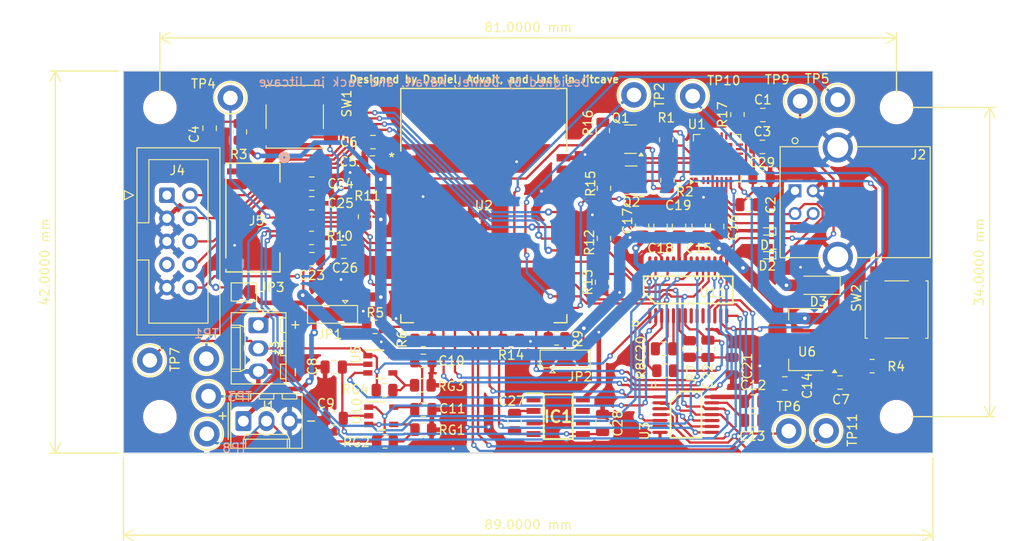
<source format=kicad_pcb>
(kicad_pcb (version 20240108) (generator "pcbnew") (generator_version "8.0")
  (layers (0 "F.Cu" signal) (31 "B.Cu" signal) (34 "B.Paste" user) (35 "F.Paste" user) (36 "B.SilkS" user "B.Silkscreen") (37 "F.SilkS" user "F.Silkscreen") (38 "B.Mask" user) (39 "F.Mask" user) (44 "Edge.Cuts" user))
  (net 0 "")
  (net 1 "GND")
  (net 2 "+5V")
  (net 3 "+3.3V")
  (net 4 "CHIP_PU")
  (net 5 "GPIO0_STRAPPING")
  (net 6 "-5V")
  (net 7 "Net-(U3-VREG)")
  (net 8 "Net-(U11-PGAIN)")
  (net 9 "Net-(U11-LNAOUT)")
  (net 10 "Net-(U11-COMPIN)")
  (net 11 "Net-(J5-Vbat)")
  (net 12 "Net-(J5-Vcomh)")
  (net 13 "Net-(IC1-CAP+)")
  (net 14 "Net-(IC1-CAP-)")
  (net 15 "/Power and Programming Subsystem/USB_D-")
  (net 16 "/Power and Programming Subsystem/USB_D+")
  (net 17 "Net-(D3-A)")
  (net 21 "/Ultrasonic Sensing Subsystem/ULTRASONIC_2_IN")
  (net 22 "/Ultrasonic Sensing Subsystem/ULTRASONIC_1_IN")
  (net 23 "Net-(J4-VTref)")
  (net 24 "/MTCK")
  (net 26 "/MTMS")
  (net 27 "/MTDO")
  (net 28 "/MTDI")
  (net 29 "/LCD_RST")
  (net 31 "/LCD_DATA{slash}CMD")
  (net 32 "SPI_MOSI")
  (net 35 "/LCD_CS")
  (net 36 "SPI_SCK")
  (net 38 "Net-(J5-Iref)")
  (net 39 "Net-(JP1-C)")
  (net 40 "Net-(JP2-C)")
  (net 41 "Net-(Q1-B)")
  (net 42 "Net-(Q1-E)")
  (net 43 "Net-(Q2-B)")
  (net 44 "Net-(Q2-E)")
  (net 45 "/GPIO3_STRAPPING")
  (net 46 "/GPIO46_STRAPPING")
  (net 47 "Net-(U11-PGAOUT)")
  (net 48 "Net-(U11-VCOM)")
  (net 49 "/GPIO45_STRAPPING")
  (net 50 "TDC1000_CS")
  (net 51 "TDC7200_CS")
  (net 52 "TDC7200_INT")
  (net 53 "Net-(U10-IN-)")
  (net 54 "Net-(U5-IN-)")
  (net 55 "SPI_MISO")
  (net 56 "/Ultrasonic Sensing Subsystem/TRIGGER")
  (net 57 "/Ultrasonic Sensing Subsystem/START")
  (net 58 "/Ultrasonic Sensing Subsystem/STOP")
  (net 62 "TX")
  (net 76 "RX")
  (net 78 "TDC1000_RST")
  (net 79 "TDC1000_ERRB")
  (net 81 "TDC1000_EN")
  (net 84 "TDC7200_EN")
  (net 85 "TDC1000_CHANNEL_SELECT")
  (net 89 "CLK_OUT3 (8 MHz)")
  (net 96 "/Ultrasonic Sensing Subsystem/TRANSMIT_1_OUT")
  (net 97 "/Ultrasonic Sensing Subsystem/TRANSMIT_2_OUT")
  (net 101 "CLK_OUT3 (1 MHz)")
  (net 102 "Net-(Q1-C)")
  (net 103 "Net-(Q2-C)")
  (net 104 "Net-(U1-~{RST})")
  (net 105 "Net-(C21-Pad1)")
  (footprint "Capacitor_SMD:C_0805_2012Metric" (layer "F.Cu") (at 189.7888 117.2464 180)
    (property "Reference" "C7")
    (property "Value" "1u")
  )
  (footprint "Resistor_SMD:R_0805_2012Metric" (layer "F.Cu") (at 178.5112 87.7824 90)
    (property "Reference" "R17")
    (property "Value" "4.7k")
  )
  (footprint "Package_DFN_QFN:QFN-28-1EP_5x5mm_P0.5mm_EP3.35x3.35mm" (layer "F.Cu") (at 176.276 92.583 90)
    (property "Reference" "U1")
    (property "Value" "CP2102N-Axx-xQFN28")
  )
  (footprint "TestPoint:TestPoint_Keystone_5010-5014_Multipurpose" (layer "F.Cu") (at 173.5836 85.7504 90)
    (property "Reference" "TP10")
    (property "Value" "TestPoint")
  )
  (footprint "Jumper:SolderJumper-3_P2.0mm_Open_TrianglePad1.0x1.5mm" (layer "F.Cu") (at 159.569 114.681)
    (property "Reference" "JP2")
    (property "Value" "SolderJumper_3_Open")
  )
  (footprint "Button_Switch_SMD:SW_SPST_B3S-1000" (layer "F.Cu") (at 129.832 88.0216)
    (property "Reference" "SW1")
    (property "Value" "SW_Push")
  )
  (footprint "Capacitor_SMD:C_0805_2012Metric" (layer "F.Cu") (at 143.970599 120.2182)
    (property "Reference" "C11")
    (property "Value" "0.1 uF")
  )
  (footprint "Capacitor_SMD:C_0805_2012Metric" (layer "F.Cu") (at 181.3052 87.8332)
    (property "Reference" "C1")
    (property "Value" "1.0 uF")
  )
  (footprint "Resistor_SMD:R_0805_2012Metric" (layer "F.Cu") (at 153.6192 112.5728 180)
    (property "Reference" "R14")
    (property "Value" "10k")
  )
  (footprint "Capacitor_SMD:C_0805_2012Metric" (layer "F.Cu") (at 181.1528 94.6912)
    (property "Reference" "C29")
    (property "Value" "0.1 uF")
  )
  (footprint "Resistor_SMD:R_0805_2012Metric" (layer "F.Cu") (at 173.2534 113.5634 90)
    (property "Reference" "R7")
    (property "Value" "R")
  )
  (footprint "Connector_IDC:IDC-Header_2x05_P2.54mm_Vertical" (layer "F.Cu") (at 115.7732 96.647)
    (property "Reference" "J4")
    (property "Value" "Conn_ARM_JTAG_SWD_10")
  )
  (footprint "Capacitor_SMD:C_0805_2012Metric" (layer "F.Cu") (at 154.0002 121.5898 -90)
    (property "Reference" "C27")
    (property "Value" "10 uF")
  )
  (footprint "Package_TO_SOT_SMD:SOT-23" (layer "F.Cu") (at 166.8295 94.996 180)
    (property "Reference" "Q2")
    (property "Value" "SS8050-G")
  )
  (footprint "Capacitor_SMD:C_0805_2012Metric" (layer "F.Cu") (at 131.699 97.536)
    (property "Reference" "C25")
    (property "Value" "1 uF")
  )
  (footprint "Resistor_SMD:R_0805_2012Metric" (layer "F.Cu") (at 193.3194 115.443)
    (property "Reference" "R4")
    (property "Value" "100k")
  )
  (footprint "Resistor_SMD:R_0805_2012Metric" (layer "F.Cu") (at 158.623 112.395)
    (property "Reference" "R9")
    (property "Value" "1k")
  )
  (footprint "Resistor_SMD:R_0805_2012Metric" (layer "F.Cu") (at 139.7508 123.7234 180)
    (property "Reference" "RG2")
    (property "Value" "R")
  )
  (footprint "Resistor_SMD:R_0805_2012Metric" (layer "F.Cu") (at 143.9672 122.428 180)
    (property "Reference" "RG1")
    (property "Value" "R")
  )
  (footprint "Capacitor_SMD:C_0805_2012Metric" (layer "F.Cu") (at 143.9672 114.8588)
    (property "Reference" "C10")
    (property "Value" "0.1 uF")
  )
  (footprint "Package_TO_SOT_SMD:SOT-223-3_TabPin2" (layer "F.Cu") (at 186.055 112.522 180)
    (property "Reference" "U6")
    (property "Value" "LM1117MP-3.3")
  )
  (footprint "Capacitor_SMD:C_0805_2012Metric" (layer "F.Cu") (at 168.021 100.076 90)
    (property "Reference" "C17")
    (property "Value" "0.01 uF")
  )
  (footprint "Resistor_SMD:R_0805_2012Metric" (layer "F.Cu") (at 163.6268 106.2228 -90)
    (property "Reference" "R13")
    (property "Value" "4.7k")
  )
  (footprint "Resistor_SMD:R_0805_2012Metric" (layer "F.Cu") (at 143.9672 112.5728 180)
    (property "Reference" "R6")
    (property "Value" "1k")
  )
  (footprint "Diode_SMD:D_SOD-923" (layer "F.Cu") (at 181.8677 103.251 180)
    (property "Reference" "D2")
    (property "Value" "SZESD9B5.0ST5G")
  )
  (footprint "Capacitor_SMD:C_0805_2012Metric" (layer "F.Cu") (at 181.2544 91.3384)
    (property "Reference" "C3")
    (property "Value" "0.1 uF")
  )
  (footprint "Capacitor_SMD:C_0805_2012Metric" (layer "F.Cu") (at 180.2384 119.3292)
    (property "Reference" "C12")
    (property "Value" "0.1 uF")
  )
  (footprint "Capacitor_SMD:C_0805_2012Metric" (layer "F.Cu") (at 163.6776 121.6914 90)
    (property "Reference" "C28")
    (property "Value" "10 uF")
  )
  (footprint "TDC7200:PW0014A_N" (layer "F.Cu") (at 172.847 120.777)
    (property "Reference" "U3")
    (property "Value" "TDC7200PW")
  )
  (footprint "Connector_Molex:Molex_KK-254_AE-6410-03A_1x03_P2.54mm_Vertical" (layer "F.Cu") (at 124.1806 121.4882)
    (property "Reference" "J1")
    (property "Value" "Ultrasonic_Conn_2")
  )
  (footprint "Jumper:SolderJumper-3_P2.0mm_Open_TrianglePad1.0x1.5mm" (layer "F.Cu") (at 133.985 109.728 180)
    (property "Reference" "JP1")
    (property "Value" "SolderJumper_3_Open")
  )
  (footprint "TestPoint:TestPoint_Keystone_5010-5014_Multipurpose" (layer "F.Cu") (at 185.3946 86.3092 90)
    (property "Reference" "TP9")
    (property "Value" "TestPoint")
  )
  (footprint "Resistor_SMD:R_0805_2012Metric" (layer "F.Cu") (at 137.5664 99.0092 90)
    (property "Reference" "R11")
    (property "Value" "4.7k")
  )
  (footprint "Resistor_SMD:R_0805_2012Metric" (layer "F.Cu") (at 163.83 95.885 -90)
    (property "Reference" "R15")
    (property "Value" "10k")
  )
  (footprint "TDC1000:PW0028A_N" (layer "F.Cu") (at 173.101 107.061 90)
    (property "Reference" "U11")
    (property "Value" "TDC1000PW")
  )
  (footprint "Jumper:SolderJumper-2_P1.3mm_Open_TrianglePad1.0x1.5mm" (layer "F.Cu") (at 124.243 107.2896 180)
    (property "Reference" "JP3")
    (property "Value" "SolderJumper_2_Open")
  )
  (footprint "Capacitor_SMD:C_0805_2012Metric" (layer "F.Cu") (at 134.115399 115.5464 180)
    (property "Reference" "C8")
    (property "Value" "0.1 uF")
  )
  (footprint "OPA192IDBVR Amp:DBV0005A_N" (layer "F.Cu") (at 139.3444 120.904)
    (property "Reference" "U10")
    (property "Value" "OPA192IDBVR")
  )
  (footprint "ESP32-S3-WROOM-N16:ESP32-S3-WROOM-1_EXP" (layer "F.Cu") (at 150.622 97.79)
    (property "Reference" "U2")
    (property "Value" "ESP32-S3-WROOM-1-N16R2")
  )
  (footprint "Capacitor_SMD:C_0805_2012Metric" (layer "F.Cu") (at 131.7244 103.6828)
    (property "Reference" "C23")
    (property "Value" "2.2 uF")
  )
  (footprint "Capacitor_SMD:C_0805_2012Metric" (layer "F.Cu") (at 138.43 90.805 180)
    (property "Reference" "C6")
    (property "Value" "0.1 uF")
  )
  (footprint "Resistor_SMD:R_0805_2012Metric" (layer "F.Cu") (at 163.83 101.3968 90)
    (property "Reference" "R12")
    (property "Value" "4.7k")
  )
  (footprint "Package_TO_SOT_SMD:SOT-23" (layer "F.Cu") (at 166.751 90.49 180)
    (property "Reference" "Q1")
    (property "Value" "SS8050-G")
  )
  (footprint "Resistor_SMD:R_0805_2012Metric" (layer "F.Cu") (at 138.6605 111.125 180)
    (property "Reference" "R5")
    (property "Value" "1k")
  )
  (footprint "Capacitor_SMD:C_0805_2012Metric" (layer "F.Cu") (at 177.927 115.443 -90)
    (property "Reference" "C21")
    (property "Value" "C")
  )
  (footprint "Capacitor_SMD:C_0805_2012Metric" (layer "F.Cu") (at 183.7182 117.348)
    (property "Reference" "C14")
    (property "Value" "0.01 uF")
  )
  (footprint "Capacitor_SMD:C_0805_2012Metric" (layer "F.Cu") (at 175.26 113.538 90)
    (property "Reference" "C22")
    (property "Value" "C")
  )
  (footprint "Diode_SMD:D_SOD-923" (layer "F.Cu") (at 181.8677 100.6348 180)
    (property "Reference" "D1")
    (property "Value" "SZESD9B5.0ST5G")
  )
  (footprint "Capacitor_SMD:C_0805_2012Metric" (layer "F.Cu") (at 170.053 100.076 90)
    (property "Reference" "C18")
    (property "Value" "0.1 uF")
  )
  (footprint "MAX660:SOIC127P600X175-8N" (layer "F.Cu") (at 158.8008 121.0056)
    (property "Reference" "IC1")
    (property "Value" "MAX660M_NOPB" (hide yes))
  )
  (footprint "TestPoint:TestPoint_Keystone_5010-5014_Multipurpose" (layer "F.Cu") (at 113.8936 114.808)
    (property "Reference" "TP7")
    (property "Value" "TestPoint")
  )
  (footprint "Capacitor_SMD:C_0805_2012Metric" (layer "F.Cu") (at 138.364 93.053 180)
    (property "Reference" "C5")
    (property "Value" "10 uF")
  )
  (footprint "Capacitor_SMD:C_0805_2012Metric" (layer "F.Cu") (at 134.216999 121.1834 180)
    (property "Reference" "C9")
    (property "Value" "0.1 uF")
  )
  (footprint "Capacitor_SMD:C_0805_2012Metric" (layer "F.Cu") (at 180.2384 121.412)
    (property "Reference" "C13")
    (property "Value" "1 uF")
  )
  (footprint "MountingHole:MountingHole_3.2mm_M3" (layer "F.Cu") (at 196 121)
    (property "Reference" "H3" (hide yes))
    (property "Value" "MountingHole")
  )
  (footprint "Capacitor_SMD:C_0805_2012Metric" (layer "F.Cu") (at 179.7304 97.6884)
    (property "Reference" "C2")
    (property "Value" "4.7 uF")
  )
  (footprint "Resistor_SMD:R_0805_2012Metric" (layer "F.Cu") (at 170.815 94.996 -90)
    (property "Reference" "R2")
    (property "Value" "10k")
  )
  (footprint "MountingHole:MountingHole_3.2mm_M3" (layer "F.Cu") (at 115 121)
    (property "Reference" "H4" (hide yes))
    (property "Value" "MountingHole")
  )
  (footprint "Button_Switch_SMD:SW_SPST_B3S-1000" (layer "F.Cu") (at 196.0118 109.22 -90)
    (property "Reference" "SW2")
    (property "Value" "SW_Push")
  )
  (footprint "Capacitor_SMD:C_0805_2012Metric" (layer "F.Cu") (at 172.085 100.076 90)
    (property "Reference" "C19")
    (property "Value" "10 uF")
  )
  (footprint "ZIF_LCD_connector:CONN15_6288_7X5P7_AVX" (layer "F.Cu") (at 128.6764 95.6056 -90)
    (property "Reference" "J5")
    (property "Value" "046288015000846+")
  )
  (footprint "TestPoint:TestPoint_Keystone_5010-5014_Multipurpose" (layer "F.Cu") (at 184.15 122.5804)
    (property "Reference" "TP6")
    (property "Value" "TestPoint")
  )
  (footprint "Connector_Molex:Molex_KK-254_AE-6410-03A_1x03_P2.54mm_Vertical" (layer "F.Cu") (at 125.8316 110.9472 -90)
    (property "Reference" "J3")
    (property "Value" "Ultrasonic_Conn_1")
  )
  (footprint "Capacitor_SMD:C_0805_2012Metric" (layer "F.Cu") (at 170.434 113.538 180)
    (property "Reference" "C20")
    (property "Value" "C")
  )
  (footprint "MountingHole:MountingHole_3.2mm_M3" (layer "F.Cu") (at 196 87)
    (property "Reference" "H2" (hide yes))
    (property "Value" "MountingHole")
  )
  (footprint "TestPoint:TestPoint_Keystone_5010-5014_Multipurpose" (layer "F.Cu") (at 120.1674 122.8852)
    (property "Reference" "TP8")
    (property "Value" "TestPoint")
  )
  (footprint "Capacitor_SMD:C_0805_2012Metric" (layer "F.Cu") (at 174.244 100.076 90)
    (property "Reference" "C15")
    (property "Value" "0.01 uF")
  )
  (footprint "Capacitor_SMD:C_0805_2012Metric" (layer "F.Cu") (at 120.4722 89.281 -90)
    (property "Reference" "C4")
    (property "Value" "1u")
  )
  (footprint "OPA192IDBVR Amp:DBV0005A_N" (layer "F.Cu") (at 139.246199 115.2398)
    (property "Reference" "U5")
    (property "Value" "OPA192IDBVR")
  )
  (footprint "TestPoint:TestPoint_Keystone_5010-5014_Multipurpose" (layer "F.Cu") (at 189.5348 86.1568)
    (property "Reference" "TP5")
    (property "Value" "TestPoint")
  )
  (footprint "Capacitor_SMD:C_0805_2012Metric" (layer "F.Cu") (at 131.699 95.377)
    (property "Reference" "C24")
    (property "Value" "1 uF")
  )
  (footprint "Resistor_SMD:R_0805_2012Metric" (layer "F.Cu") (at 123.7996 89.6855 90)
    (property "Reference" "R3")
    (property "Value" "100k")
  )
  (footprint "Capacitor_SMD:C_0805_2012Metric" (layer "F.Cu") (at 176.276 100.076 90)
    (property "Reference" "C16")
    (property "Value" "0.1 uF")
  )
  (footprint "Resistor_SMD:R_0805_2012Metric" (layer "F.Cu") (at 163.703 89.535 90)
    (property "Reference" "R16")
    (property "Value" "10k")
  )
  (footprint "Capacitor_SMD:C_0805_2012Metric" (layer "F.Cu") (at 135.2296 102.87)
    (property "Reference" "C26")
    (property "Value" "2.2 uF")
  )
  (footprint "Resistor_SMD:R_0805_2012Metric" (layer "F.Cu") (at 131.6736 101.346 180)
    (property "Reference" "R10")
    (property "Value" "66.67k")
  )
  (footprint "TestPoint:TestPoint_Keystone_5010-5014_Multipurpose" (layer "F.Cu") (at 122.7582 85.9536)
    (property "Reference" "TP4")
    (property "Value" "TestPoint")
  )
  (footprint "Resistor_SMD:R_0805_2012Metric" (layer "F.Cu") (at 139.703399 118.0846 180)
    (property "Reference" "RG4")
    (property "Value" "R")
  )
  (footprint "USB-B:CUI_UJ2-BH-W1-TH" (layer "F.Cu") (at 184.8358 96.1644 90)
    (property "Reference" "J2")
    (property "Value" "UJ2-BH-W1-TH")
  )
  (footprint "MountingHole:MountingHole_3.2mm_M3" (layer "F.Cu") (at 115 87)
    (property "Reference" "H1" (hide yes))
    (property "Value" "MountingHole")
  )
  (footprint "TestPoint:TestPoint_Keystone_5010-5014_Multipurpose" (layer "F.Cu") (at 120.3452 118.745)
    (property "Reference" "TP3")
    (property "Value" "TestPoint")
  )
  (footprint "TestPoint:TestPoint_Keystone_5010-5014_Multipurpose" (layer "F.Cu") (at 167.132 85.6234)
    (property "Reference" "TP2")
    (property "Value" "TestPoint")
  )
  (footprint "Resistor_SMD:R_0805_2012Metric" (layer "F.Cu") (at 170.561 115.951)
    (property "Reference" "R8")
    (property "Value" "R")
  )
  (footprint "TestPoint:TestPoint_Keystone_5010-5014_Multipurpose" (layer "F.Cu") (at 188.2648 122.555 90)
    (property "Reference" "TP11")
    (property "Value" "TestPoint")
  )
  (footprint "Diode_SMD:D_SOD-123" (layer "F.Cu") (at 187.452 106.553 180)
    (property "Reference" "D3")
    (property "Value" "MBR0520")
  )
  (footprint "TestPoint:TestPoint_Keystone_5010-5014_Multipurpose" (layer "F.Cu") (at 120.1166 114.6302)
    (property "Reference" "TP1")
    (property "Value" "TestPoint")
  )
  (footprint "Resistor_SMD:R_0805_2012Metric" (layer "F.Cu") (at 143.9164 117.5512 180)
    (property "Reference" "RG3")
    (property "Value" "R")
  )
  (footprint "Resistor_SMD:R_0805_2012Metric" (layer "F.Cu") (at 170.688 90.551 90)
    (property "Reference" "R1")
    (property "Value" "10k")
  )
  (gr_rect (start 111 83) (end 200 125) (stroke (width 0.1)) (fill none) (layer "Edge.Cuts"))
  (gr_text "Designed by Daniel, Advait, and Jack in Jitcave" (at 162.3822 84.7852 0) (layer "B.SilkS") (effects (font (size 1 1)) (justify left bottom mirror)))
  (gr_text "Designed by Daniel, Advait, and Jack in Jitcave" (at 135.7376 84.3788 0) (layer "F.SilkS") (effects (font (size 0.8128 0.8128) (thickness 0.1778) (bold yes)) (justify left bottom)))
  (dimension (type aligned) (layer "F.SilkS") (pts (xy 111 125) (xy 200 125)) (height 9.0358) (gr_text "89.0000 mm" (at 155.5 132.8858 0) (layer "F.SilkS") (effects (font (size 1 1) (thickness 0.15)))) (format (prefix "") (suffix "") (units 3) (units_format 1) (precision 4)) (style (thickness 0.15) (arrow_length 1.27) (text_position_mode 0) (extension_height 0.58642) (extension_offset 0.5) keep_text_aligned))
  (dimension (type aligned) (layer "F.SilkS") (pts (xy 196 87) (xy 115 87)) (height 7.6504) (gr_text "81.0000 mm" (at 155.5 78.1996 0) (layer "F.SilkS") (effects (font (size 1 1) (thickness 0.15)))) (format (prefix "") (suffix "") (units 3) (units_format 1) (precision 4)) (style (thickness 0.15) (arrow_length 1.27) (text_position_mode 0) (extension_height 0.58642) (extension_offset 0.5) keep_text_aligned))
  (dimension (type aligned) (layer "F.SilkS") (pts (xy 196 87) (xy 196 121)) (height -10.248) (gr_text "34.0000 mm" (at 205.098 104 90) (layer "F.SilkS") (effects (font (size 1 1) (thickness 0.15)))) (format (prefix "") (suffix "") (units 3) (units_format 1) (precision 4)) (style (thickness 0.15) (arrow_length 1.27) (text_position_mode 0) (extension_height 0.58642) (extension_offset 0.5) keep_text_aligned))
  (dimension (type aligned) (layer "F.SilkS") (pts (xy 111 83) (xy 111 125)) (height 7.495) (gr_text "42.0000 mm" (at 102.355 104 90) (layer "F.SilkS") (effects (font (size 1 1) (thickness 0.15)))) (format (prefix "") (suffix "") (units 3) (units_format 1) (precision 4)) (style (thickness 0.15) (arrow_length 1.27) (text_position_mode 0) (extension_height 0.58642) (extension_offset 0.5) keep_text_aligned))
  (segment (start 137.48 90.805) (end 137.48 91.5822) (width 0.254) (layer "F.Cu") (net 1))
  (segment (start 175.776 95.033) (end 175.776 93.083) (width 0.254) (layer "F.Cu") (net 1))
  (segment (start 128.655318 98.085148) (end 126.908052 98.085148) (width 0.254) (layer "F.Cu") (net 1))
  (segment (start 162.56 100.7618) (end 162.56 98.806) (width 0.254) (layer "F.Cu") (net 1))
  (segment (start 161.3938 92.53) (end 161.7472 92.1766) (width 0.254) (layer "F.Cu") (net 1))
  (segment (start 159.372 92.53) (end 161.3938 92.53) (width 0.254) (layer "F.Cu") (net 1))
  (segment (start 136.1796 102.87) (end 136.1796 103.6726) (width 0.254) (layer "F.Cu") (net 1))
  (segment (start 132.6744 103.6828) (end 132.6744 104.4854) (width 0.254) (layer "F.Cu") (net 1))
  (segment (start 166.281728 103.2256) (end 164.452928 101.3968) (width 0.254) (layer "F.Cu") (net 1))
  (segment (start 164.452928 101.3968) (end 163.195 101.3968) (width 0.254) (layer "F.Cu") (net 1))
  (segment (start 180.6804 97.6884) (end 182.1434 97.6884) (width 0.254) (layer "F.Cu") (net 1))
  (segment (start 175.776 93.083) (end 176.276 92.583) (width 0.254) (layer "F.Cu") (net 1))
  (segment (start 128.6764 98.10623) (end 128.655318 98.085148) (width 0.254) (layer "F.Cu") (net 1))
  (segment (start 132.5861 101.346) (end 133.2738 101.346) (width 0.254) (layer "F.Cu") (net 1))
  (segment (start 174.8028 96.8502) (end 174.7774 96.8756) (width 0.254) (layer "F.Cu") (net 1))
  (segment (start 170.176 103.457001) (end 169.538199 102.8192) (width 0.254) (layer "F.Cu") (net 1))
  (segment (start 156.0898 121.6406) (end 156.9212 121.6406) (width 0.254) (layer "F.Cu") (net 1))
  (segment (start 167.601334 103.2256) (end 166.281728 103.2256) (width 0.254) (layer "F.Cu") (net 1))
  (segment (start 181.4477 103.251) (end 180.1622 103.251) (width 0.254) (layer "F.Cu") (net 1))
  (segment (start 176.276 99.126) (end 177.607 100.457) (width 0.254) (layer "F.Cu") (net 1))
  (segment (start 175.776 95.9024) (end 174.8282 96.8502) (width 0.254) (layer "F.Cu") (net 1))
  (segment (start 169.538199 102.8192) (end 168.007734 102.8192) (width 0.254) (layer "F.Cu") (net 1))
  (segment (start 144.9172 114.8588) (end 144.9172 115.636) (width 0.254) (layer "F.Cu") (net 1))
  (segment (start 174.8282 96.8502) (end 174.8028 96.8502) (width 0.254) (layer "F.Cu") (net 1))
  (segment (start 170.176 104.211001) (end 170.176 103.457001) (width 0.254) (layer "F.Cu") (net 1))
  (segment (start 168.007734 102.8192) (end 167.601334 103.2256) (width 0.254) (layer "F.Cu") (net 1))
  (segment (start 175.776 95.033) (end 175.776 95.9024) (width 0.254) (layer "F.Cu") (net 1))
  (segment (start 165.5572 122.621) (end 163.6776 120.7414) (width 0.254) (layer "F.Cu") (net 1))
  (segment (start 181.4477 100.6348) (end 179.705 100.6348) (width 0.254) (layer "F.Cu") (net 1))
  (segment (start 163.195 101.3968) (end 162.56 100.7618) (width 0.254) (layer "F.Cu") (net 1))
  (via (at 140.97 110.2106) (size 0.6) (drill 0.3) (layers "F.Cu" "B.Cu") (net 1))
  (via (at 161.7472 92.1766) (size 0.6) (drill 0.3) (layers "F.Cu" "B.Cu") (net 1))
  (via (at 123.2154 102.1588) (size 0.6) (drill 0.3) (layers "F.Cu" "B.Cu") (net 1))
  (via (at 135.1534 101.1682) (size 0.6) (drill 0.3) (layers "F.Cu" "B.Cu") (net 1))
  (via (at 134.9248 105.918) (size 0.6) (drill 0.3) (layers "F.Cu" "B.Cu") (net 1))
  (via (at 162.56 98.806) (size 0.6) (drill 0.3) (layers "F.Cu" "B.Cu") (net 1))
  (via (at 147.2438 124.5108) (size 0.6) (drill 0.3) (layers "F.Cu" "B.Cu") (net 1))
  (via (at 143.9418 96.7994) (size 0.6) (drill 0.3) (layers "F.Cu" "B.Cu") (net 1))
  (via (at 151.1554 122.1232) (size 0.6) (drill 0.3) (layers "F.Cu" "B.Cu") (net 1))
  (via (at 174.7774 96.8756) (size 0.6) (drill 0.3) (layers "F.Cu" "B.Cu") (net 1))
  (via (at 154.2288 92.964) (size 0.6) (drill 0.3) (layers "F.Cu" "B.Cu") (net 1))
  (via (at 156.972 96.2152) (size 0.6) (drill 0.3) (layers "F.Cu" "B.Cu") (net 1))
  (via (at 148.7678 122.1994) (size 0.6) (drill 0.3) (layers "F.Cu" "B.Cu") (net 1))
  (via (at 135.9154 94.1578) (size 0.6) (drill 0.3) (layers "F.Cu" "B.Cu") (net 1))
  (via (at 185.4454 104.5718) (size 0.6) (drill 0.3) (layers "F.Cu" "B.Cu") (net 1))
  (via (at 180.975 115.4176) (size 0.6) (drill 0.3) (layers "F.Cu" "B.Cu") (net 1))
  (via (at 137.3632 109.3978) (size 0.6) (drill 0.3) (layers "F.Cu" "B.Cu") (net 1))
  (segment (start 188.4172 96.1644) (end 188.4172 96.1898) (width 0.254) (layer "B.Cu") (net 1))
  (segment (start 162.56 98.806) (end 162.56 98.020888) (width 0.254) (layer "B.Cu") (net 1))
  (segment (start 188.4172 96.1898) (end 191.1858 98.9584) (width 0.254) (layer "B.Cu") (net 1))
  (segment (start 148.844 122.1232) (end 148.7678 122.1994) (width 0.254) (layer "B.Cu") (net 1))
  (segment (start 162.56 98.020888) (end 160.754312 96.2152) (width 0.254) (layer "B.Cu") (net 1))
  (segment (start 186.8358 96.1644) (end 188.214 96.1644) (width 0.254) (layer "B.Cu") (net 1))
  (segment (start 151.1554 122.1232) (end 148.844 122.1232) (width 0.254) (layer "B.Cu") (net 1))
  (segment (start 160.754312 96.2152) (end 156.972 96.2152) (width 0.254) (layer "B.Cu") (net 1))
  (segment (start 188.214 96.1644) (end 188.4172 96.1644) (width 0.254) (layer "B.Cu") (net 1))
  (segment (start 125.8316 116.0272) (end 124.1806 116.0272) (width 0.254) (layer "B.Cu") (net 1))
  (segment (start 130.7744 107.5792) (end 130.7744 103.6828) (width 0.254) (layer "F.Cu") (net 2))
  (segment (start 140.299399 114.289799) (end 139.346353 113.336753) (width 0.254) (layer "F.Cu") (net 2))
  (segment (start 128.6764 102.607364) (end 128.921764 102.607364) (width 0.254) (layer "F.Cu") (net 2))
  (segment (start 189.205 110.222) (end 185.9648 110.222) (width 1.27) (layer "F.Cu") (net 2))
  (segment (start 168.021 101.026) (end 168.021 101.7778) (width 0.508) (layer "F.Cu") (net 2))
  (segment (start 179.269244 96.289644) (end 178.726 95.7464) (width 0.254) (layer "F.Cu") (net 2))
  (segment (start 140.719399 119.953999) (end 142.756398 119.953999) (width 0.254) (layer "F.Cu") (net 2))
  (segment (start 129.9972 103.6828) (end 130.7744 103.6828) (width 0.254) (layer "F.Cu") (net 2))
  (segment (start 168.021 101.7778) (end 167.3352 102.4636) (width 0.508) (layer "F.Cu") (net 2))
  (segment (start 143.8434 119.395399) (end 143.020599 120.2182) (width 0.254) (layer "F.Cu") (net 2))
  (segment (start 139.346353 113.336753) (end 139.346353 112.774047) (width 0.254) (layer "F.Cu") (net 2))
  (segment (start 189.102 106.553) (end 189.102 110.119) (width 1.27) (layer "F.Cu") (net 2))
  (segment (start 163.2712 117.3412) (end 163.2712 111.7092) (width 0.508) (layer "F.Cu") (net 2))
  (segment (start 189.102 110.119) (end 189.205 110.222) (width 1.27) (layer "F.Cu") (net 2))
  (segment (start 130.7084 107.6452) (end 130.7744 107.5792) (width 0.254) (layer "F.Cu") (net 2))
  (segment (start 142.756398 119.953999) (end 143.020599 120.2182) (width 0.254) (layer "F.Cu") (net 2))
  (segment (start 143.0172 114.8588) (end 143.8434 115.685) (width 0.254) (layer "F.Cu") (net 2))
  (segment (start 161.5118 119.1006) (end 163.2712 117.3412) (width 0.508) (layer "F.Cu") (net 2))
  (segment (start 171.475999 104.211001) (end 172.126001 104.211001) (width 0.254) (layer "F.Cu") (net 2))
  (segment (start 185.9648 110.222) (end 185.928 110.1852) (width 1.27) (layer "F.Cu") (net 2))
  (segment (start 178.726 95.7464) (end 178.726 94.083) (width 0.254) (layer "F.Cu") (net 2))
  (segment (start 140.621198 114.289799) (end 142.448199 114.289799) (width 0.254) (layer "F.Cu") (net 2))
  (segment (start 143.8434 115.685) (end 143.8434 119.395399) (width 0.254) (layer "F.Cu") (net 2))
  (segment (start 172.085 101.026) (end 172.085 104.17) (width 0.381) (layer "F.Cu") (net 2))
  (segment (start 179.269244 96.312844) (end 179.269244 96.289644) (width 0.254) (layer "F.Cu") (net 2))
  (segment (start 172.085 101.026) (end 168.021 101.026) (width 0.508) (layer "F.Cu") (net 2))
  (segment (start 128.921764 102.607364) (end 129.9972 103.6828) (width 0.254) (layer "F.Cu") (net 2))
  (segment (start 130.7744 103.6828) (end 130.749 103.7082) (width 0.254) (layer "F.Cu") (net 2))
  (segment (start 140.621198 114.289799) (end 140.299399 114.289799) (width 0.254) (layer "F.Cu") (net 2))
  (segment (start 142.448199 114.289799) (end 143.0172 114.8588) (width 0.254) (layer "F.Cu") (net 2))
  (via (at 167.3352 102.4636) (size 0.8) (drill 0.4) (layers "F.Cu" "B.Cu") (net 2))
  (via (at 163.2712 111.7092) (size 0.6) (drill 0.3) (layers "F.Cu" "B.Cu") (net 2))
  (via (at 179.269244 96.312844) (size 0.6) (drill 0.3) (layers "F.Cu" "B.Cu") (net 2))
  (via (at 139.346353 112.774047) (size 0.6) (drill 0.3) (layers "F.Cu" "B.Cu") (net 2))
  (via (at 130.7084 107.6452) (size 0.8) (drill 0.4) (layers "F.Cu" "B.Cu") (net 2))
  (via (at 185.928 110.1852) (size 0.8) (drill 0.4) (layers "F.Cu" "B.Cu") (net 2))
  (segment (start 130.7592 107.6452) (end 130.7084 107.6452) (width 1.27) (layer "B.Cu") (net 2))
  (segment (start 160.7852 114.1952) (end 140.767506 114.1952) (width 1.27) (layer "B.Cu") (net 2))
  (segment (start 180.086 97.1296) (end 180.086 108.712) (width 0.254) (layer "B.Cu") (net 2))
  (segment (start 167.3352 104.0892) (end 167.6908 104.4448) (width 0.508) (layer "B.Cu") (net 2))
  (segment (start 163.322 111.76) (end 163.2712 111.7092) (width 0.254) (layer "B.Cu") (net 2))
  (segment (start 163.2204 111.76) (end 163.2712 111.7092) (width 0.508) (layer "B.Cu") (net 2))
  (segment (start 167.6908 104.4448) (end 168.9608 104.4448) (width 0.508) (layer "B.Cu") (net 2))
  (segment (start 185.928 110.1852) (end 182.3212 110.1852) (width 1.27) (layer "B.Cu") (net 2))
  (segment (start 176.5808 104.4448) (end 168.9608 104.4448) (width 1.27) (layer "B.Cu") (net 2))
  (segment (start 163.2712 111.7092) (end 160.7852 114.1952) (width 1.27) (layer "B.Cu") (net 2))
  (segment (start 182.3212 110.1852) (end 176.5808 104.4448) (width 1.27) (layer "B.Cu") (net 2))
  (segment (start 135.0264 111.9124) (end 130.7592 107.6452) (width 1.27) (layer "B.Cu") (net 2))
  (segment (start 139.346353 112.774047) (end 138.484706 111.9124) (width 1.27) (layer "B.Cu") (net 2))
  (segment (start 138.484706 111.9124) (end 135.0264 111.9124) (width 1.27) (layer "B.Cu") (net 2))
  (segment (start 179.269244 96.312844) (end 180.086 97.1296) (width 0.254) (layer "B.Cu") (net 2))
  (segment (start 167.3352 102.4636) (end 167.3352 104.0892) (width 0.508) (layer "B.Cu") (net 2))
  (segment (start 168.9608 104.4448) (end 167.4876 105.918) (width 1.27) (layer "B.Cu") (net 2))
  (segment (start 167.4876 105.918) (end 167.4876 107.4928) (width 1.27) (layer "B.Cu") (net 2))
  (segment (start 140.767506 114.1952) (end 139.346353 112.774047) (width 1.27) (layer "B.Cu") (net 2))
  (segment (start 167.4876 107.4928) (end 163.2712 111.7092) (width 1.27) (layer "B.Cu") (net 2))
  (segment (start 154.5317 112.5728) (end 155.5988 112.5728) (width 0.254) (layer "F.Cu") (net 3))
  (segment (start 190.1698 112.522) (end 189.205 112.522) (width 0.508) (layer "F.Cu") (net 3))
  (segment (start 131.985 109.728) (end 131.985 108.769802) (width 1.016) (layer "F.Cu") (net 3))
  (segment (start 192.4069 115.443) (end 192.4069 114.7591) (width 0.508) (layer "F.Cu") (net 3))
  (segment (start 165.256306 107.6452) (end 165.5572 107.344306) (width 0.254) (layer "F.Cu") (net 3))
  (segment (start 174.244 101.735) (end 174.244 101.026) (width 0.381) (layer "F.Cu") (net 3))
  (segment (start 124.1806 121.4882) (end 124.206 121.4628) (width 0.508) (layer "F.Cu") (net 3))
  (segment (start 138.0763 98.0967) (end 139.2936 99.314) (width 0.254) (layer "F.Cu") (net 3))
  (segment (start 139.314 90.871) (end 139.38 90.805) (width 1.27) (layer "F.Cu") (net 3))
  (segment (start 131.985 108.769802) (end 132.906402 107.8484) (width 1.016) (layer "F.Cu") (net 3))
  (segment (start 139.2936 94.8944) (end 139.2936 93.0734) (width 1.27) (layer "F.Cu") (net 3))
  (segment (start 178.7804 97.6884) (end 177.8508 97.6884) (width 0.254) (layer "F.Cu") (net 3))
  (segment (start 138.9888 99.0092) (end 139.2936 99.314) (width 0.254) (layer "F.Cu") (net 3))
  (segment (start 165.88094 100.4843) (end 166.696 101.29936) (width 0.254) (layer "F.Cu") (net 3))
  (segment (start 136.906 99.0092) (end 138.9888 99.0092) (width 0.254) (layer "F.Cu") (net 3))
  (segment (start 164.1367 107.6452) (end 165.256306 107.6452) (width 0.254) (layer "F.Cu") (net 3))
  (segment (start 180.3552 91.0184) (end 180.3552 87.8332) (width 0.254) (layer "F.Cu") (net 3))
  (segment (start 163.83 100.4843) (end 165.88094 100.4843) (width 0.254) (layer "F.Cu") (net 3))
  (segment (start 130.354661 108.4992) (end 130.7562 108.4992) (width 0.508) (layer "F.Cu") (net 3))
  (segment (start 176.4792 102.5144) (end 174.117 102.5144) (width 0.381) (layer "F.Cu") (net 3))
  (segment (start 155.5988 112.5728) (end 155.7512 112.7252) (width 0.254) (layer "F.Cu") (net 3))
  (segment (start 182.905 112.522) (end 189.205 112.522) (width 0.508) (layer "F.Cu") (net 3))
  (segment (start 180.3044 94.5236) (end 180.3044 91.3384) (width 0.254) (layer "F.Cu") (net 3))
  (segment (start 177.776 95.8864) (end 178.1048 96.2152) (width 0.254) (layer "F.Cu") (net 3))
  (segment (start 177.776 95.033) (end 177.776 95.8864) (width 0.254) (layer "F.Cu") (net 3))
  (segment (start 178.7804 97.6884) (end 180.2028 96.266) (width 0.254) (layer "F.Cu") (net 3))
  (segment (start 139.3952 90.7898) (end 139.38 90.805) (width 0.508) (layer "F.Cu") (net 3))
  (segment (start 180.2028 94.6912) (end 179.8828 94.6912) (width 0.254) (layer "F.Cu") (net 3))
  (segment (start 180.2028 94.6252) (end 180.3044 94.5236) (width 0.254) (layer "F.Cu") (net 3))
  (segment (start 132.906402 107.8484) (end 139.2936 107.8484) (width 1.016) (layer "F.Cu") (net 3))
  (segment (start 182.905 108.448) (end 179.1208 104.6638) (width 1.27) (layer "F.Cu") (net 3))
  (segment (start 130.5814 117.9576) (end 131.4196 117.1194) (width 0.508) (layer "F.Cu") (net 3))
  (segment (start 179.4745 87.8332) (end 178.5112 86.8699) (width 0.254) (layer "F.Cu") (net 3))
  (segment (start 179.1208 104.6638) (end 179.1208 104.648) (width 1.27) (layer "F.Cu") (net 3))
  (segment (start 180.3552 87.8332) (end 179.4745 87.8332) (width 0.254) (layer "F.Cu") (net 3))
  (segment (start 124.968 107.2896) (end 126.1618 108.4834) (width 0.508) (layer "F.Cu") (net 3))
  (segment (start 130.7562 108.4992) (end 131.985 109.728) (width 0.508) (layer "F.Cu") (net 3))
  (segment (start 127.508 117.9576) (end 130.5814 117.9576) (width 0.508) (layer "F.Cu") (net 3))
  (segment (start 125.7554 92.329) (end 125.5306 92.329) (width 0.508) (layer "F.Cu") (net 3))
  (segment (start 163.6268 107.1353) (end 164.1367 107.6452) (width 0.254) (layer "F.Cu") (net 3))
  (segment (start 192.4069 114.7591) (end 190.1698 112.522) (width 0.508) (layer "F.Cu") (net 3))
  (segment (start 140.061 93.8) (end 139.314 93.053) (width 1.27) (layer "F.Cu") (net 3))
  (segment (start 182.7428 117.3226) (end 182.7428 112.6842) (width 0.508) (layer "F.Cu") (net 3))
  (segment (start 126.1618 108.4834) (end 130.338861 108.4834) (width 0.508) (layer "F.Cu") (net 3))
  (segment (start 180.3044 91.0692) (end 180.3552 91.0184) (width 0.254) (layer "F.Cu") (net 3))
  (segment (start 130.9116 97.536) (end 131.9636 98.588) (width 0.254) (layer "F.Cu") (net 3))
  (segment (start 182.7428 112.6842) (end 182.905 112.522) (width 0.508) (layer "F.Cu") (net 3))
  (segment (start 124.206 121.4628) (end 124.206 120.777) (width 0.508) (layer "F.Cu") (net 3))
  (segment (start 182.905 108.448) (end 182.905 112.522) (width 1.27) (layer "F.Cu") (net 3))
  (segment (start 125.5306 92.329) (end 123.7996 90.598) (width 0.508) (layer "F.Cu") (net 3))
  (segment (start 139.314 93.053) (end 139.314 90.871) (width 1.27) (layer "F.Cu") (net 3))
  (segment (start 141.3764 112.5728) (end 141.3002 112.649) (width 0.508) (layer "F.Cu") (net 3))
  (segment (start 179.2884 119.3292) (end 180.4674 118.1502) (width 0.508) (layer "F.Cu") (net 3))
  (segment (start 161.569 114.681) (end 161.569 111.332506) (width 0.254) (layer "F.Cu") (net 3))
  (segment (start 131.9596 109.7026) (end 131.985 109.728) (width 0.508) (layer "F.Cu") (net 3))
  (segment (start 137.5664 98.0967) (end 138.0763 98.0967) (width 0.254) (layer "F.Cu") (net 3))
  (segment (start 177.276 95.033) (end 177.776 95.033) (width 0.254) (layer "F.Cu") (net 3))
  (segment (start 131.9636 98.588) (end 136.4848 98.588) (width 0.254) (layer "F.Cu") (net 3))
  (segment (start 172.775999 103.203001) (end 172.775999 104.211001) (width 0.381) (layer "F.Cu") (net 3))
  (segment (start 127.0762 109.7026) (end 131.9596 109.7026) (width 0.508) (layer "F.Cu") (net 3))
  (segment (start 143.0547 112.5728) (end 141.3764 112.5728) (width 0.508) (layer "F.Cu") (net 3))
  (segment (start 139.2936 93.0734) (end 139.314 93.053) (width 1.27) (layer "F.Cu") (net 3))
  (segment (start 175.696999 118.826999) (end 178.786199 118.826999) (width 0.508) (layer "F.Cu") (net 3))
  (segment (start 180.4674 118.1502) (end 181.966 118.1502) (width 0.508) (layer "F.Cu") (net 3))
  (segment (start 180.2028 94.6912) (end 180.2028 94.6252) (width 0.254) (layer "F.Cu") (net 3))
  (segment (start 124.1806 121.4882) (end 124.1806 121.285) (width 0.508) (layer "F.Cu") (net 3))
  (segment (start 124.1806 121.285) (end 127.508 117.9576) (width 0.508) (layer "F.Cu") (net 3))
  (segment (start 181.966 118.1502) (end 182.7682 117.348) (width 0.508) (layer "F.Cu") (net 3))
  (segment (start 174.244 101.026) (end 176.276 101.026) (width 0.254) (layer "F.Cu") (net 3))
  (segment (start 136.4848 98.588) (end 136.906 99.0092) (width 0.254) (layer "F.Cu") (net 3))
  (segment (start 178.786199 118.826999) (end 179.2884 119.3292) (width 0.508) (layer "F.Cu") (net 3))
  (segment (start 125.8316 110.9472) (end 127.0762 109.7026) (width 0.508) (layer "F.Cu") (net 3))
  (segment (start 130.338861 108.4834) (end 130.354661 108.4992) (width 0.508) (layer "F.Cu") (net 3))
  (segment (start 180.2028 96.266) (end 180.2028 94.6912) (width 0.254) (layer "F.Cu") (net 3))
  (segment (start 174.117 102.5144) (end 173.4646 102.5144) (width 0.381) (layer "F.Cu") (net 3))
  (segment (start 173.4646 102.5144) (end 174.244 101.735) (width 0.381) (layer "F.Cu") (net 3))
  (segment (start 130.749 97.536) (end 130.9116 97.536) (width 0.254) (layer "F.Cu") (net 3))
  (segment (start 161.569 111.332506) (end 161.622153 111.279353) (width 0.254) (layer "F.Cu") (net 3))
  (segment (start 173.4646 102.5144) (end 172.775999 103.203001) (width 0.381) (layer "F.Cu") (net 3))
  (segment (start 182.7682 117.348) (end 182.7428 117.3226) (width 0.508) (layer "F.Cu") (net 3))
  (segment (start 177.276 97.1136) (end 177.276 95.033) (width 0.254) (layer "F.Cu") (net 3))
  (segment (start 177.8508 97.6884) (end 177.276 97.1136) (width 0.254) (layer "F.Cu") (net 3))
  (segment (start 129.678644 98.606356) (end 130.749 97.536) (width 0.254) (layer "F.Cu") (net 3))
  (segment (start 131.9784 111.76) (end 131.9784 109.7346) (width 0.508) (layer "F.Cu") (net 3))
  (segment (start 180.3044 91.3384) (end 180.3044 91.0692) (width 0.254) (layer "F.Cu") (net 3))
  (segment (start 141.872 93.8) (end 140.061 93.8) (width 1.27) (layer "F.Cu") (net 3))
  (segment (start 131.9784 109.7346) (end 131.985 109.728) (width 0.508) (layer "F.Cu") (net 3))
  (segment (start 128.6764 98.606356) (end 129.678644 98.606356) (width 0.254) (layer "F.Cu") (net 3))
  (via (at 179.1208 104.648) (size 0.8) (drill 0.4) (layers "F.Cu" "B.Cu") (net 3))
  (via (at 161.622153 111.279353) (size 0.8) (drill 0.4) (layers "F.Cu" "B.Cu") (net 3))
  (via (at 131.9784 111.76) (size 0.8) (drill 0.4) (layers "F.Cu" "B.Cu") (net 3))
  (via (at 141.3002 112.649) (size 0.8) (drill 0.4) (layers "F.Cu" "B.Cu") (net 3))
  (via (at 176.4792 102.5144) (size 0.8) (drill 0.4) (layers "F.Cu" "B.Cu") (net 3))
  (via (at 178.1048 96.2152) (size 0.6) (drill 0.3) (layers "F.Cu" "B.Cu") (net 3))
  (via (at 125.7554 92.329) (size 0.8) (drill 0.4) (layers "F.Cu" "B.Cu") (net 3))
  (via (at 165.5572 107.344306) (size 0.6) (drill 0.3) (layers "F.Cu" "B.Cu") (net 3))
  (via (at 155.7512 112.7252) (size 0.6) (drill 0.3) (layers "F.Cu" "B.Cu") (net 3))
  (via (at 139.2936 107.8484) (size 0.8) (drill 0.4) (layers "F.Cu" "B.Cu") (net 3))
  (via (at 166.696 101.29936) (size 0.6) (drill 0.3) (layers "F.Cu" "B.Cu") (net 3))
  (via (at 139.2936 99.314) (size 0.8) (drill 0.4) (layers "F.Cu" "B.Cu") (net 3))
  (via (at 139.2936 94.8944) (size 0.8) (drill 0.4) (layers "F.Cu" "B.Cu") (net 3))
  (via (at 131.4196 117.1194) (size 0.8) (drill 0.4) (layers "F.Cu" "B.Cu") (net 3))
  (segment (start 166.76676 101.2286) (end 166.696 101.29936) (width 1.27) (layer "B.Cu") (net 3))
  (segment (start 175.2934 101.3286) (end 167.946754 101.3286) (width 1.27) (layer "B.Cu") (net 3))
  (segment (start 131.9784 111.76) (end 131.6736 112.0648) (width 0.508) (layer "B.Cu") (net 3))
  (segment (start 178.1048 96.2152) (end 178.1048 103.632) (width 0.254) (layer "B.Cu") (net 3))
  (segment (start 141.3002 112.649) (end 139.2936 110.6424) (width 1.27) (layer "B.Cu") (net 3))
  (segment (start 178.1048 103.632) (end 178.1302 103.6574) (width 0.254) (layer "B.Cu") (net 3))
  (segment (start 176.4792 102.5144) (end 175.2934 101.3286) (width 1.27) (layer "B.Cu") (net 3))
  (segment (start 135.263 90.8638) (end 139.2936 94.8944) (width 0.508) (layer "B.Cu") (net 3))
  (segment (start 163.628753 109.272753) (end 161.622153 111.279353) (width 1.27) (layer "B.Cu") (net 3))
  (segment (start 166.696 101.29936) (end 165.5572 102.43816) (width 1.27) (layer "B.Cu") (net 3))
  (segment (start 161.622153 111.279353) (end 160.176306 112.7252) (width 1.27) (layer "B.Cu") (net 3))
  (segment (start 167.946754 101.3286) (end 167.846754 101.2286) (width 1.27) (layer "B.Cu") (net 3))
  (segment (start 131.9958 90.8638) (end 135.263 90.8638) (width 0.508) (layer "B.Cu") (net 3))
  (segment (start 139.2936 102.9716) (end 139.2936 99.314) (width 1.27) (layer "B.Cu") (net 3))
  (segment (start 165.5572 107.344306) (end 163.628753 109.272753) (width 1.27) (layer "B.Cu") (net 3))
  (segment (start 176.4792 102.5144) (end 176.9872 102.5144) (width 1.27) (layer "B.Cu") (net 3))
  (segment (start 125.7554 92.329) (end 130.5306 92.329) (width 0.508) (layer "B.Cu") (net 3))
  (segment (start 165.5572 102.43816) (end 165.5572 107.344306) (width 1.27) (layer "B.Cu") (net 3))
  (segment (start 139.2936 99.314) (end 139.2936 94.8944) (width 1.27) (layer "B.Cu") (net 3))
  (segment (start 139.2936 107.8484) (end 139.2936 102.9716) (width 1.27) (layer "B.Cu") (net 3))
  (segment (start 160.176306 112.7252) (end 141.3764 112.7252) (width 1.27) (layer "B.Cu") (net 3))
  (segment (start 131.6736 112.0648) (end 131.6736 116.8654) (width 0.508) (layer "B.Cu") (net 3))
  (segment (start 167.846754 101.2286) (end 166.76676 101.2286) (width 1.27) (layer "B.Cu") (net 3))
  (segment (start 141.3764 112.7252) (end 141.3002 112.649) (width 1.27) (layer "B.Cu") (net 3))
  (segment (start 131.6736 116.8654) (end 131.4196 117.1194) (width 0.508) (layer "B.Cu") (net 3))
  (segment (start 139.2936 110.6424) (end 139.2936 107.8484) (width 1.27) (layer "B.Cu") (net 3))
  (segment (start 130.5306 92.329) (end 131.9958 90.8638) (width 0.508) (layer "B.Cu") (net 3))
  (segment (start 178.1302 103.6574) (end 179.1208 104.648) (width 1.27) (layer "B.Cu") (net 3))
  (segment (start 176.9872 102.5144) (end 178.1302 103.6574) (width 1.27) (layer "B.Cu") (net 3))
  (segment (start 133.7056 91.6178) (end 133.7056 90.373) (width 0.254) (layer "F.Cu") (net 4))
  (segment (start 120.711 88.5698) (end 120.4722 88.331) (width 0.254) (layer "F.Cu") (net 4))
  (segment (start 121.0056 105.5624) (end 119.761 106.807) (width 0.254) (layer "F.Cu") (net 4))
  (segment (start 140.5459 95.8564) (end 141.3323 95.07) (width 0.254) (layer "F.Cu") (net 4))
  (segment (start 155.2741 94.8182) (end 158.9317 91.1606) (width 0.254) (layer "F.Cu") (net 4))
  (segment (start 124.3584 88.773) (end 123.7996 88.773) (width 0.254) (layer "F.Cu") (net 4))
  (segment (start 134.8994 95.885) (end 134.928 95.8564) (width 0.254) (layer "F.Cu") (net 4))
  (segment (start 130.122 105.5624) (end 121.0056 105.5624) (width 0.254) (layer "F.Cu") (net 4))
  (segment (start 123.5964 88.5698) (end 120.711 88.5698) (width 0.254) (layer "F.Cu") (net 4))
  (segment (start 161.4424 91.1606) (end 163.703 88.9) (width 0.254) (layer "F.Cu") (net 4))
  (segment (start 158.9317 91.1606) (end 161.4424 91.1606) (width 0.254) (layer "F.Cu") (net 4))
  (segment (start 163.703 88.9) (end 163.703 88.6225) (width 0.254) (layer "F.Cu") (net 4))
  (segment (start 134.928 95.8564) (end 140.5459 95.8564) (width 0.254) (layer "F.Cu") (net 4))
  (segment (start 141.3323 95.07) (end 141.872 95.07) (width 0.254) (layer "F.Cu") (net 4))
  (segment (start 123.7996 88.773) (end 123.5964 88.5698) (width 0.254) (layer "F.Cu") (net 4))
  (segment (start 125.857 90.2716) (end 133.807 90.2716) (width 0.254) (layer "F.Cu") (net 4))
  (segment (start 141.872 95.07) (end 142.1238 94.8182) (width 0.254) (layer "F.Cu") (net 4))
  (segment (start 142.1238 94.8182) (end 155.2741 94.8182) (width 0.254) (layer "F.Cu") (net 4))
  (segment (start 133.7056 90.373) (end 133.807 90.2716) (width 0.254) (layer "F.Cu") (net 4))
  (segment (start 119.761 106.807) (end 118.3132 106.807) (width 0.254) (layer "F.Cu") (net 4))
  (segment (start 125.857 90.2716) (end 124.3584 88.773) (width 0.254) (layer "F.Cu") (net 4))
  (via (at 134.8994 95.885) (size 0.6) (drill 0.3) (layers "F.Cu" "B.Cu") (net 4))
  (via (at 133.7056 91.6178) (size 0.6) (drill 0.3) (layers "F.Cu" "B.Cu") (net 4))
  (via (at 130.122 105.5624) (size 0.6) (drill 0.3) (layers "F.Cu" "B.Cu") (net 4))
  (segment (start 134.5692 95.5548) (end 134.8994 95.885) (width 0.254) (layer "B.Cu") (net 4))
  (segment (start 130.122 105.5624) (end 131.5212 105.5624) (width 0.254) (layer "B.Cu") (net 4))
  (segment (start 133.7056 91.6178) (end 134.5692 92.4814) (width 0.254) (layer "B.Cu") (net 4))
  (segment (start 133.8072 103.2764) (end 133.8072 96.9772) (width 0.254) (layer "B.Cu") (net 4))
  (segment (start 131.5212 105.5624) (end 133.8072 103.2764) (width 0.254) (layer "B.Cu") (net 4))
  (segment (start 133.8072 96.9772) (end 134.8994 95.885) (width 0.254) (layer "B.Cu") (net 4))
  (segment (start 134.5692 92.4814) (end 134.5692 95.5548) (width 0.254) (layer "B.Cu") (net 4))
  (segment (start 194.2084 115.4195) (end 194.2319 115.443) (width 0.254) (layer "F.Cu") (net 5))
  (segment (start 194.2319 115.443) (end 194.2319 115.8767) (width 0.254) (layer "F.Cu") (net 5))
  (segment (start 165.481 97.0534) (end 164.0859 97.0534) (width 0.254) (layer "F.Cu") (net 5))
  (segment (start 161.2392 108.7628) (end 160.962 109.04) (width 0.254) (layer "F.Cu") (net 5))
  (segment (start 193.7618 113.195) (end 193.7618 105.245) (width 0.254) (layer "F.Cu") (net 5))
  (segment (start 161.29 97.6376) (end 162.1301 96.7975) (width 0.254) (layer "F.Cu") (net 5))
  (segment (start 193.7618 95.9464) (end 193.7618 105.245) (width 0.254) (layer "F.Cu") (net 5))
  (segment (start 193.7618 113.195) (end 194.2084 113.6416) (width 0.254) (layer "F.Cu") (net 5))
  (segment (start 192.8622 117.2464) (end 190.7388 117.2464) (width 0.254) (layer "F.Cu") (net 5))
  (segment (start 194.2084 113.6416) (end 194.2084 115.4195) (width 0.254) (layer "F.Cu") (net 5))
  (segment (start 164.0859 97.0534) (end 163.83 96.7975) (width 0.254) (layer "F.Cu") (net 5))
  (segment (start 194.2319 115.8767) (end 192.8622 117.2464) (width 0.254) (layer "F.Cu") (net 5))
  (segment (start 162.1301 96.7975) (end 163.83 96.7975) (width 0.254) (layer "F.Cu") (net 5))
  (segment (start 160.962 109.04) (end 159.372 109.04) (width 0.254) (layer "F.Cu") (net 5))
  (segment (start 193.167 95.3516) (end 193.7618 95.9464) (width 0.254) (layer "F.Cu") (net 5))
  (via (at 193.167 95.3516) (size 0.6) (drill 0.3) (layers "F.Cu" "B.Cu") (net 5))
  (via (at 161.29 97.6376) (size 0.6) (drill 0.3) (layers "F.Cu" "B.Cu") (net 5))
  (via (at 165.481 97.0534) (size 0.6) (drill 0.3) (layers "F.Cu" "B.Cu") (net 5))
  (via (at 161.2392 108.7628) (size 0.6) (drill 0.3) (layers "F.Cu" "B.Cu") (net 5))
  (segment (start 171.109312 97.0534) (end 165.481 97.0534) (width 0.254) (layer "B.Cu") (net 5))
  (segment (start 192.913 95.0976) (end 173.065112 95.0976) (width 0.254) (layer "B.Cu") (net 5))
  (segment (start 173.065112 95.0976) (end 171.109312 97.0534) (width 0.254) (layer "B.Cu") (net 5))
  (segment (start 193.167 95.3516) (end 192.913 95.0976) (width 0.254) (layer "B.Cu") (net 5))
  (segment (start 161.2392 108.7628) (end 161.29 108.712) (width 0.254) (layer "B.Cu") (net 5))
  (segment (start 161.29 108.712) (end 161.29 97.6376) (width 0.254) (layer "B.Cu") (net 5))
  (segment (start 135.2804 122.6312) (end 135.1788 122.5296) (width 0.254) (layer "F.Cu") (net 6))
  (segment (start 161.5118 122.9106) (end 159.7406 122.9106) (width 0.254) (layer "F.Cu") (net 6))
  (segment (start 159.7406 122.9106) (end 159.7152 122.8852) (width 0.254) (layer "F.Cu") (net 6))
  (segment (start 135.1788 121.195201) (end 135.166999 121.1834) (width 0.254) (layer "F.Cu") (net 6))
  (segment (start 135.346599 115.2652) (end 137.845798 115.2652) (width 0.254) (layer "F.Cu") (net 6))
  (segment (start 135.166999 121.460527) (end 135.166999 121.1834) (width 0.254) (layer "F.Cu") (net 6))
  (segment (start 135.446399 120.904) (end 135.166999 121.1834) (width 0.254) (layer "F.Cu") (net 6))
  (segment (start 163.4084 122.9106) (end 163.6776 122.6414) (width 0.254) (layer "F.Cu") (net 6))
  (segment (start 135.065399 115.5464) (end 135.346599 115.2652) (width 0.254) (layer "F.Cu") (net 6))
  (segment (start 137.845798 115.2652) (end 137.871198 115.2398) (width 0.254) (layer "F.Cu") (net 6))
  (segment (start 161.5118 122.9106) (end 163.4084 122.9106) (width 0.254) (layer "F.Cu") (net 6))
  (segment (start 135.065399 121.0818) (end 135.166999 121.1834) (width 0.254) (layer "F.Cu") (net 6))
  (segment (start 137.969399 120.904) (end 135.446399 120.904) (width 0.254) (layer "F.Cu") (net 6))
  (segment (start 135.1788 122.5296) (end 135.1788 121.195201) (width 0.254) (layer "F.Cu") (net 6))
  (segment (start 135.065399 115.5464) (end 135.065399 121.0818) (width 0.254) (layer "F.Cu") (net 6))
  (via (at 135.2804 122.6312) (size 0.6) (drill 0.3) (layers "F.Cu" "B.Cu") (net 6))
  (via (at 159.7152 122.8852) (size 0.6) (drill 0.3) (layers "F.Cu" "B.Cu") (net 6))
  (segment (start 135.5994 122.9502) (end 135.2804 122.6312) (width 0.254) (layer "B.Cu") (net 6))
  (segment (start 141.83827 122.9502) (end 135.5994 122.9502) (width 0.254) (layer "B.Cu") (net 6))
  (segment (start 159.7152 122.8852) (end 141.90327 122.8852) (width 0.254) (layer "B.Cu") (net 6))
  (segment (start 141.90327 122.8852) (end 141.83827 122.9502) (width 0.254) (layer "B.Cu") (net 6))
  (segment (start 175.696999 119.477) (end 177.3534 119.477) (width 0.254) (layer "F.Cu") (net 7))
  (segment (start 177.3534 119.477) (end 179.2884 121.412) (width 0.254) (layer "F.Cu") (net 7))
  (segment (start 171.475999 113.446001) (end 171.384 113.538) (width 0.254) (layer "F.Cu") (net 8))
  (segment (start 171.475999 109.910999) (end 171.475999 113.446001) (width 0.254) (layer "F.Cu") (net 8))
  (segment (start 170.826001 112.195999) (end 169.484 113.538) (width 0.254) (layer "F.Cu") (net 9))
  (segment (start 170.826001 109.910999) (end 170.826001 112.195999) (width 0.254) (layer "F.Cu") (net 9))
  (segment (start 176.403 115.697) (end 176.149 115.951) (width 0.254) (layer "F.Cu") (net 10))
  (segment (start 176.149 115.951) (end 171.4735 115.951) (width 0.254) (layer "F.Cu") (net 10))
  (segment (start 172.775999 110.926999) (end 172.775999 109.910999) (width 0.254) (layer "F.Cu") (net 10))
  (segment (start 174.0764 111.4044) (end 173.2534 111.4044) (width 0.254) (layer "F.Cu") (net 10))
  (segment (start 175.26 112.588) (end 174.0764 111.4044) (width 0.254) (layer "F.Cu") (net 10))
  (segment (start 175.321 112.649) (end 175.26 112.588) (width 0.254) (layer "F.Cu") (net 10))
  (segment (start 176.53 112.649) (end 175.321 112.649) (width 0.254) (layer "F.Cu") (net 10))
  (segment (start 173.2534 111.4044) (end 172.775999 110.926999) (width 0.254) (layer "F.Cu") (net 10))
  (segment (start 176.784 112.903) (end 176.53 112.649) (width 0.254) (layer "F.Cu") (net 10))
  (via (at 176.784 112.903) (size 0.6) (drill 0.3) (layers "F.Cu" "B.Cu") (net 10))
  (via (at 176.403 115.697) (size 0.6) (drill 0.3) (layers "F.Cu" "B.Cu") (net 10))
  (segment (start 176.784 112.903) (end 176.784 115.316) (width 0.254) (layer "B.Cu") (net 10))
  (segment (start 176.784 115.316) (end 176.403 115.697) (width 0.254) (layer "B.Cu") (net 10))
  (segment (start 130.749 95.9714) (end 129.114296 97.606104) (width 0.254) (layer "F.Cu") (net 11))
  (segment (start 129.114296 97.606104) (end 128.6764 97.606104) (width 0.254) (layer "F.Cu") (net 11))
  (segment (start 130.749 95.377) (end 130.749 95.9714) (width 0.254) (layer "F.Cu") (net 11))
  (segment (start 133.924 102.5144) (end 134.2796 102.87) (width 0.254) (layer "F.Cu") (net 12))
  (segment (start 128.6764 102.107238) (end 129.63769 102.107238) (width 0.254) (layer "F.Cu") (net 12))
  (segment (start 130.044852 102.5144) (end 133.924 102.5144) (width 0.254) (layer "F.Cu") (net 12))
  (segment (start 129.63769 102.107238) (end 130.044852 102.5144) (width 0.254) (layer "F.Cu") (net 12))
  (segment (start 156.0898 120.3706) (end 154.2694 120.3706) (width 0.254) (layer "F.Cu") (net 13))
  (segment (start 154.2694 120.3706) (end 154.0002 120.6398) (width 0.254) (layer "F.Cu") (net 13))
  (segment (start 154.371 122.9106) (end 154.0002 122.5398) (width 0.254) (layer "F.Cu") (net 14))
  (segment (start 156.0898 122.9106) (end 154.371 122.9106) (width 0.254) (layer "F.Cu") (net 14))
  (segment (start 183.721397 103.251) (end 182.2877 103.251) (width 0.254) (layer "F.Cu") (net 15))
  (segment (start 176.776 97.274) (end 176.776 95.033) (width 0.254) (layer "F.Cu") (net 15))
  (segment (start 187.266997 97.6234) (end 187.8768 98.233203) (width 0.254) (layer "F.Cu") (net 15))
  (segment (start 185.8768 97.6234) (end 187.266997 97.6234) (width 0.254) (layer "F.Cu") (net 15))
  (segment (start 184.7598 98.7404) (end 178.2424 98.7404) (width 0.254) (layer "F.Cu") (net 15))
  (segment (start 187.8768 98.233203) (end 187.8768 99.095597) (width 0.254) (layer "F.Cu") (net 15))
  (segment (start 184.8358 98.6644) (end 185.8768 97.6234) (width 0.254) (layer "F.Cu") (net 15))
  (segment (start 184.8358 98.6644) (end 184.7598 98.7404) (width 0.254) (layer "F.Cu") (net 15))
  (segment (start 178.2424 98.7404) (end 176.776 97.274) (width 0.254) (layer "F.Cu") (net 15))
  (segment (start 187.8768 99.095597) (end 183.721397 103.251) (width 0.254) (layer "F.Cu") (net 15))
  (segment (start 182.2877 100.6348) (end 184.8358 100.6348) (width 0.254) (layer "F.Cu") (net 16))
  (segment (start 178.418328 99.7204) (end 185.7502 99.7204) (width 0.254) (layer "F.Cu") (net 16))
  (segment (start 186.8062 98.6644) (end 186.8358 98.6644) (width 0.254) (layer "F.Cu") (net 16))
  (segment (start 176.276 95.033) (end 176.276 97.578072) (width 0.254) (layer "F.Cu") (net 16))
  (segment (start 185.7502 99.7204) (end 186.8062 98.6644) (width 0.254) (layer "F.Cu") (net 16))
  (segment (start 184.8358 100.6348) (end 185.5724 99.8982) (width 0.254) (layer "F.Cu") (net 16))
  (segment (start 176.276 97.578072) (end 178.418328 99.7204) (width 0.254) (layer "F.Cu") (net 16))
  (segment (start 185.5724 99.8982) (end 185.7502 99.7204) (width 0.254) (layer "F.Cu") (net 16))
  (segment (start 183.896 106.553) (end 185.802 106.553) (width 1.27) (layer "F.Cu") (net 17))
  (via (at 183.896 106.553) (size 0.8) (drill 0.4) (layers "F.Cu" "B.Cu") (net 17))
  (segment (start 183.134 105.791) (end 183.896 106.553) (width 1.27) (layer "B.Cu") (net 17))
  (segment (start 183.134 97.8662) (end 183.134 105.791) (width 1.27) (layer "B.Cu") (net 17))
  (segment (start 184.8358 96.1644) (end 183.134 97.8662) (width 1.27) (layer "B.Cu") (net 17))
  (segment (start 137.969399 119.953999) (end 138.723399 119.953999) (width 0.254) (layer "F.Cu") (net 21))
  (segment (start 165.736143 119.762143) (end 165.737286 119.761) (width 0.254) (layer "F.Cu") (net 21))
  (segment (start 169.526001 110.774687) (end 169.526001 110.839199) (width 0.254) (layer "F.Cu") (net 21))
  (segment (start 169.526001 109.910999) (end 169.526001 110.774687) (width 0.254) (layer "F.Cu") (net 21))
  (segment (start 126.7206 121.4882) (end 126.9746 121.4882) (width 0.254) (layer "F.Cu") (net 21))
  (segment (start 168.061599 119.761) (end 168.3686 119.453999) (width 0.254) (layer "F.Cu") (net 21))
  (segment (start 138.723399 119.953999) (end 139.7174 120.948) (width 0.254) (layer "F.Cu") (net 21))
  (segment (start 129.2098 123.7234) (end 138.8383 123.7234) (width 0.254) (layer "F.Cu") (net 21))
  (segment (start 126.9746 121.4882) (end 129.2098 123.7234) (width 0.254) (layer "F.Cu") (net 21))
  (segment (start 139.7174 120.948) (end 139.7174 122.8443) (width 0.254) (layer "F.Cu") (net 21))
  (segment (start 139.7174 122.8443) (end 138.8383 123.7234) (width 0.254) (layer "F.Cu") (net 21))
  (segment (start 165.737286 119.761) (end 168.061599 119.761) (width 0.254) (layer "F.Cu") (net 21))
  (segment (start 169.526001 110.839199) (end 168.8084 111.5568) (width 0.254) (layer "F.Cu") (net 21))
  (via (at 139.7174 120.948) (size 0.6) (drill 0.3) (layers "F.Cu" "B.Cu") (net 21))
  (via (at 168.8084 111.5568) (size 0.6) (drill 0.3) (layers "F.Cu" "B.Cu") (net 21))
  (via (at 168.3686 119.453999) (size 0.6) (drill 0.3) (layers "F.Cu" "B.Cu") (net 21))
  (via (at 165.736143 119.762143) (size 0.6) (drill 0.3) (layers "F.Cu" "B.Cu") (net 21))
  (segment (start 124.076001 123.929599) (end 126.5174 121.4882) (width 0.254) (layer "B.Cu") (net 21))
  (segment (start 140.879 119.7864) (end 139.7174 120.948) (width 0.254) (layer "B.Cu") (net 21))
  (segment (start 126.5174 121.4882) (end 126.7206 121.4882) (width 0.254) (layer "B.Cu") (net 21))
  (segment (start 168.4528 119.369799) (end 168.3686 119.453999) (width 0.254) (layer "B.Cu") (net 21))
  (segment (start 165.736143 119.762143) (end 165.711886 119.7864) (width 0.254) (layer "B.Cu") (net 21))
  (segment (start 120.1674 122.8852) (end 121.211799 123.929599) (width 0.254) (layer "B.Cu") (net 21))
  (segment (start 168.4528 111.9124) (end 168.4528 119.369799) (width 0.254) (layer "B.Cu") (net 21))
  (segment (start 121.211799 123.929599) (end 124.076001 123.929599) (width 0.254) (layer "B.Cu") (net 21))
  (segment (start 165.711886 119.7864) (end 140.879 119.7864) (width 0.254) (layer "B.Cu") (net 21))
  (segment (start 168.8084 111.5568) (end 168.4528 111.9124) (width 0.254) (layer "B.Cu") (net 21))
  (segment (start 113.8936 114.7572) (end 113.8936 114.808) (width 0.254) (layer "F.Cu") (net 22))
  (segment (start 137.068599 113.4872) (end 137.871198 114.289799) (width 0.254) (layer "F.Cu") (net 22))
  (segment (start 138.8618 114.526401) (end 138.625198 114.289799) (width 0.254) (layer "F.Cu") (net 22))
  (segment (start 138.8618 118.013699) (end 138.8618 114.526401) (width 0.254) (layer "F.Cu") (net 22))
  (segment (start 125.8316 113.4872) (end 125.0188 112.6744) (width 0.254) (layer "F.Cu") (net 22))
  (segment (start 138.625198 114.289799) (end 137.871198 114.289799) (width 0.254) (layer "F.Cu") (net 22))
  (segment (start 138.790899 118.0846) (end 138.8618 118.013699) (width 0.254) (layer "F.Cu") (net 22))
  (segment (start 115.9764 112.6744) (end 113.8936 114.7572) (width 0.254) (layer "F.Cu") (net 22))
  (segment (start 125.0188 112.6744) (end 115.9764 112.6744) (width 0.254) (layer "F.Cu") (net 22))
  (segment (start 164.5078 114.279199) (end 168.876 109.910999) (width 0.254) (layer "F.Cu") (net 22))
  (segment (start 125.8316 113.4872) (end 137.068599 113.4872) (width 0.254) (layer "F.Cu") (net 22))
  (segment (start 164.5078 114.3254) (end 164.5078 114.279199) (width 0.254) (layer "F.Cu") (net 22))
  (via (at 164.5078 114.3254) (size 0.6) (drill 0.3) (layers "F.Cu" "B.Cu") (net 22))
  (via (at 138.8712 116.0272) (size 0.6) (drill 0.3) (layers "F.Cu" "B.Cu") (net 22))
  (segment (start 164.5078 114.3254) (end 163.676 115.1572) (width 0.254) (layer "B.Cu") (net 22))
  (segment (start 163.676 115.1572) (end 139.7412 115.1572) (width 0.254) (layer "B.Cu") (net 22))
  (segment (start 139.7412 115.1572) (end 138.8712 116.0272) (width 0.254) (layer "B.Cu") (net 22))
  (segment (start 123.518 107.2896) (end 123.01 106.7816) (width 0.254) (layer "F.Cu") (net 23))
  (segment (start 123.01 106.7816) (end 121.158 106.7816) (width 0.254) (layer "F.Cu") (net 23))
  (via (at 121.158 106.7816) (size 0.8) (drill 0.4) (layers "F.Cu" "B.Cu") (net 23))
  (segment (start 120.523 106.426) (end 120.523 99.57987) (width 0.254) (layer "B.Cu") (net 23))
  (segment (start 120.8786 106.7816) (end 120.523 106.426) (width 0.254) (layer "B.Cu") (net 23))
  (segment (start 117.1362 98.01) (end 118.95313 98.01) (width 0.254) (layer "B.Cu") (net 23))
  (segment (start 121.158 106.7816) (end 120.8786 106.7816) (width 0.254) (layer "B.Cu") (net 23))
  (segment (start 118.95313 98.01) (end 120.523 99.57987) (width 0.254) (layer "B.Cu") (net 23))
  (segment (start 115.7732 96.647) (end 117.1362 98.01) (width 0.254) (layer "B.Cu") (net 23))
  (segment (start 118.3386 99.1616) (end 118.3132 99.187) (width 0.254) (layer "F.Cu") (net 24))
  (segment (start 137.164199 88.2048) (end 135.4296 89.939399) (width 0.254) (layer "F.Cu") (net 24))
  (segment (start 157.734 102.7176) (end 159.3444 102.7176) (width 0.254) (layer "F.Cu") (net 24))
  (segment (start 135.4296 91.422565) (end 134.119965 92.7322) (width 0.254) (layer "F.Cu") (net 24))
  (segment (start 122.794896 99.1616) (end 118.3386 99.1616) (width 0.254) (layer "F.Cu") (net 24))
  (segment (start 135.4296 89.939399) (end 135.4296 91.422565) (width 0.254) (layer "F.Cu") (net 24))
  (segment (start 159.3444 102.7176) (end 159.372 102.69) (width 0.254) (layer "F.Cu") (net 24))
  (segment (start 134.119965 92.7322) (end 129.224296 92.7322) (width 0.254) (layer "F.Cu") (net 24))
  (segment (start 139.161517 88.2048) (end 137.164199 88.2048) (width 0.254) (layer "F.Cu") (net 24))
  (segment (start 129.224296 92.7322) (end 122.794896 99.1616) (width 0.254) (layer "F.Cu") (net 24))
  (via (at 139.161517 88.2048) (size 0.6) (drill 0.3) (layers "F.Cu" "B.Cu") (net 24))
  (via (at 157.734 102.7176) (size 0.8) (drill 0.4) (layers "F.Cu" "B.Cu") (net 24))
  (segment (start 140.750348 88.2048) (end 151.514548 98.969) (width 0.254) (layer "B.Cu") (net 24))
  (segment (start 151.514548 98.969) (end 156.413587 98.969) (width 0.254) (layer "B.Cu") (net 24))
  (segment (start 157.3784 102.5652) (end 157.5308 102.7176) (width 0.254) (layer "B.Cu") (net 24))
  (segment (start 139.161517 88.2048) (end 140.750348 88.2048) (width 0.254) (layer "B.Cu") (net 24))
  (segment (start 157.5308 102.7176) (end 157.734 102.7176) (width 0.254) (layer "B.Cu") (net 24))
  (segment (start 156.413587 98.969) (end 157.3784 99.933813) (width 0.254) (layer "B.Cu") (net 24))
  (segment (start 157.3784 99.933813) (end 157.3784 102.5652) (width 0.254) (layer "B.Cu") (net 24))
  (segment (start 138.634742 87.5778) (end 137.149147 87.5778) (width 0.254) (layer "F.Cu") (net 26))
  (segment (start 134.3406 91.869512) (end 133.931912 92.2782) (width 0.254) (layer "F.Cu") (net 26))
  (segment (start 157.734 98.5012) (end 158.9932 98.5012) (width 0.254) (layer "F.Cu") (net 26))
  (segment (start 133.931912 92.2782) (end 129.036244 92.2782) (width 0.254) (layer "F.Cu") (net 26))
  (segment (start 134.909 91.2486) (end 134.3406 91.817) (width 0.254) (layer "F.Cu") (net 26))
  (segment (start 137.149147 87.5778) (end 134.909 89.817947) (width 0.254) (layer "F.Cu") (net 26))
  (segment (start 134.3406 91.817) (end 134.3406 91.869512) (width 0.254) (layer "F.Cu") (net 26))
  (segment (start 129.036244 92.2782) (end 124.667444 96.647) (width 0.254) (layer "F.Cu") (net 26))
  (segment (start 124.667444 96.647) (end 118.3132 96.647) (width 0.254) (layer "F.Cu") (net 26))
  (segment (start 134.909 89.817947) (end 134.909 91.2486) (width 0.254) (layer "F.Cu") (net 26))
  (segment (start 158.9932 98.5012) (end 159.372 98.88) (width 0.254) (layer "F.Cu") (net 26))
  (via (at 157.734 98.5012) (size 0.8) (drill 0.4) (layers "F.Cu" "B.Cu") (net 26))
  (via (at 138.634742 87.5778) (size 0.6) (drill 0.3) (layers "F.Cu" "B.Cu") (net 26))
  (segment (start 140.7654 87.5778) (end 151.7026 98.515) (width 0.254) (layer "B.Cu") (net 26))
  (segment (start 151.7026 98.515) (end 156.601639 98.515) (width 0.254) (layer "B.Cu") (net 26))
  (segment (start 156.601639 98.515) (end 156.615439 98.5012) (width 0.254) (layer "B.Cu") (net 26))
  (segment (start 156.615439 98.5012) (end 157.734 98.5012) (width 0.254) (layer "B.Cu") (net 26))
  (segment (start 138.634742 87.5778) (end 140.7654 87.5778) (width 0.254) (layer "B.Cu") (net 26))
  (segment (start 156.6514 101.0412) (end 157.0302 101.42) (width 0.254) (layer "F.Cu") (net 27))
  (segment (start 129.412348 93.1862) (end 120.871548 101.727) (width 0.254) (layer "F.Cu") (net 27))
  (segment (start 139.693113 88.8318) (end 137.179251 88.8318) (width 0.254) (layer "F.Cu") (net 27))
  (segment (start 134.308017 93.1862) (end 129.412348 93.1862) (width 0.254) (layer "F.Cu") (net 27))
  (segment (start 120.871548 101.727) (end 118.3132 101.727) (width 0.254) (layer "F.Cu") (net 27))
  (segment (start 157.0302 101.42) (end 159.372 101.42) (width 0.254) (layer "F.Cu") (net 27))
  (segment (start 135.8836 90.127451) (end 135.8836 91.610617) (width 0.254) (layer "F.Cu") (net 27))
  (segment (start 137.179251 88.8318) (end 135.8836 90.127451) (width 0.254) (layer "F.Cu") (net 27))
  (segment (start 135.8836 91.610617) (end 134.308017 93.1862) (width 0.254) (layer "F.Cu") (net 27))
  (via (at 156.6514 101.0412) (size 0.8) (drill 0.4) (layers "F.Cu" "B.Cu") (net 27))
  (via (at 139.693113 88.8318) (size 0.6) (drill 0.3) (layers "F.Cu" "B.Cu") (net 27))
  (segment (start 140.735296 88.8318) (end 151.326496 99.423) (width 0.254) (layer "B.Cu") (net 27))
  (segment (start 139.693113 88.8318) (end 140.735296 88.8318) (width 0.254) (layer "B.Cu") (net 27))
  (segment (start 156.225534 99.423) (end 156.6514 99.848866) (width 0.254) (layer "B.Cu") (net 27))
  (segment (start 151.326496 99.423) (end 156.225534 99.423) (width 0.254) (layer "B.Cu") (net 27))
  (segment (start 156.6514 99.848866) (end 156.6514 101.0412) (width 0.254) (layer "B.Cu") (net 27))
  (segment (start 137.278272 89.4588) (end 136.3376 90.399472) (width 0.254) (layer "F.Cu") (net 28))
  (segment (start 136.3376 90.399472) (end 136.3376 91.79867) (width 0.254) (layer "F.Cu") (net 28))
  (segment (start 134.49607 93.6402) (end 129.6004 93.6402) (width 0.254) (layer "F.Cu") (net 28))
  (segment (start 136.3376 91.79867) (end 134.49607 93.6402) (width 0.254) (layer "F.Cu") (net 28))
  (segment (start 118.9736 104.267) (end 118.3132 104.267) (width 0.254) (layer "F.Cu") (net 28))
  (segment (start 129.6004 93.6402) (end 118.9736 104.267) (width 0.254) (layer "F.Cu") (net 28))
  (segment (start 140.2588 89.4588) (end 137.278272 89.4588) (width 0.254) (layer "F.Cu") (net 28))
  (segment (start 155.9244 100.15) (end 159.372 100.15) (width 0.254) (layer "F.Cu") (net 28))
  (via (at 140.2588 89.4588) (size 0.6) (drill 0.3) (layers "F.Cu" "B.Cu") (net 28))
  (via (at 155.9244 100.15) (size 0.8) (drill 0.4) (layers "F.Cu" "B.Cu") (net 28))
  (segment (start 140.720244 89.4588) (end 151.411444 100.15) (width 0.254) (layer "B.Cu") (net 28))
  (segment (start 140.2588 89.4588) (end 140.720244 89.4588) (width 0.254) (layer "B.Cu") (net 28))
  (segment (start 151.411444 100.15) (end 155.9244 100.15) (width 0.254) (layer "B.Cu") (net 28))
  (segment (start 128.6764 99.606608) (end 128.697482 99.585526) (width 0.254) (layer "F.Cu") (net 29))
  (segment (start 128.697482 99.585526) (end 135.570274 99.585526) (width 0.254) (layer "F.Cu") (net 29))
  (segment (start 141.3872 101.9048) (end 141.872 101.42) (width 0.254) (layer "F.Cu") (net 29))
  (segment (start 135.570274 99.585526) (end 137.889548 101.9048) (width 0.254) (layer "F.Cu") (net 29))
  (segment (start 137.889548 101.9048) (end 141.3872 101.9048) (width 0.254) (layer "F.Cu") (net 29))
  (segment (start 138.032696 102.69) (end 141.872 102.69) (width 0.254) (layer "F.Cu") (net 31))
  (segment (start 135.428348 100.085652) (end 138.032696 102.69) (width 0.254) (layer "F.Cu") (net 31))
  (segment (start 128.697482 100.085652) (end 135.428348 100.085652) (width 0.254) (layer "F.Cu") (net 31))
  (segment (start 128.6764 100.106734) (end 128.697482 100.085652) (width 0.254) (layer "F.Cu") (net 31))
  (segment (start 167.3208 116.978) (end 173.6916 116.978) (width 0.254) (layer "F.Cu") (net 32))
  (segment (start 128.6764 101.106986) (end 127.358014 101.106986) (width 0.254) (layer "F.Cu") (net 32))
  (segment (start 175.696999 121.426999) (end 173.700199 121.426999) (width 0.254) (layer "F.Cu") (net 32))
  (segment (start 173.6916 116.978) (end 174.0916 116.578) (width 0.254) (layer "F.Cu") (net 32))
  (segment (start 174.075999 104.211001) (end 174.075999 105.749999) (width 0.254) (layer "F.Cu") (net 32))
  (segment (start 156.3782 115.7842) (end 156.3782 110.3312) (width 0.254) (layer "F.Cu") (net 32))
  (segment (start 165.80628 116.086) (end 166.4288 116.086) (width 0.254) (layer "F.Cu") (net 32))
  (segment (start 174.075999 105.749999) (end 174.0916 105.7656) (width 0.254) (layer "F.Cu") (net 32))
  (segment (start 173.700199 121.426999) (end 173.3804 121.1072) (width 0.254) (layer "F.Cu") (net 32))
  (segment (start 166.4288 116.086) (end 167.3208 116.978) (width 0.254) (layer "F.Cu") (net 32))
  (segment (start 127.358014 101.106986) (end 126.8142 101.6508) (width 0.254) (layer "F.Cu") (net 32))
  (segment (start 156.3782 110.3312) (end 156.337 110.29) (width 0.254) (layer "F.Cu") (net 32))
  (via (at 174.0916 105.7656) (size 0.6) (drill 0.3) (layers "F.Cu" "B.Cu") (net 32))
  (via (at 126.8142 101.6508) (size 0.6) (drill 0.3) (layers "F.Cu" "B.Cu") (net 32))
  (via (at 156.3782 115.7842) (size 0.6) (drill 0.3) (layers "F.Cu" "B.Cu") (net 32))
  (via (at 165.80628 116.086) (size 0.6) (drill 0.3) (layers "F.Cu" "B.Cu") (net 32))
  (via (at 173.3804 121.1072) (size 0.6) (drill 0.3) (layers "F.Cu" "B.Cu") (net 32))
  (via (at 174.0916 116.578) (size 0.6) (drill 0.3) (layers "F.Cu" "B.Cu") (net 32))
  (segment (start 127.9366 115.051748) (end 127.9366 110.12222) (width 0.254) (layer "B.Cu") (net 32))
  (segment (start 126.6412 101.8238) (end 126.8142 101.6508) (width 0.254) (layer "B.Cu") (net 32))
  (segment (start 173.3804 121.1072) (end 173.3804 117.2892) (width 0.254) (layer "B.Cu") (net 32))
  (segment (start 127.119 101.346) (end 126.8142 101.6508) (width 0.254) (layer "B.Cu") (net 32))
  (segment (start 165.80628 116.086) (end 165.69668 115.9764) (width 0.254) (layer "B.Cu") (net 32))
  (segment (start 134.889052 122.0042) (end 127.9366 115.051748) (width 0.254) (layer "B.Cu") (net 32))
  (segment (start 124.7394 101.754688) (end 126.232288 100.2618) (width 0.254) (layer "B.Cu") (net 32))
  (segment (start 126.232288 100.2618) (end 126.881 100.2618) (width 0.254) (layer "B.Cu") (net 32))
  (segment (start 173.3804 121.1072) (end 172.725712 121.761888) (width 0.254) (layer "B.Cu") (net 32))
  (segment (start 126.6412 108.82682) (end 126.6412 101.8238) (width 0.254) (layer "B.Cu") (net 32))
  (segment (start 152.761312 121.3946) (end 142.751817 121.3946) (width 0.254) (layer "B.Cu") (net 32))
  (segment (start 152.826312 121.4596) (end 152.761312 121.3946) (width 0.254) (layer "B.Cu") (net 32))
  (segment (start 142.751817 121.3946) (end 141.650217 122.4962) (width 0.254) (layer "B.Cu") (net 32))
  (segment (start 127.119 100.4998) (end 127.119 101.346) (width 0.254) (layer "B.Cu") (net 32))
  (segment (start 156.5704 115.9764) (end 156.3782 115.7842) (width 0.254) (layer "B.Cu") (net 32))
  (segment (start 138.830688 122.4962) (end 138.338688 122.0042) (width 0.254) (layer "B.Cu") (net 32))
  (segment (start 120.1166 114.6302) (end 120.1166 112.650302) (width 0.254) (layer "B.Cu") (net 32))
  (segment (start 141.650217 122.4962) (end 138.830688 122.4962) (width 0.254) (layer "B.Cu") (net 32))
  (segment (start 172.725712 121.761888) (end 167.634288 121.761888) (width 0.254) (layer "B.Cu") (net 32))
  (segment (start 174.0916 116.578) (end 174.0916 105.7656) (width 0.254) (layer "B.Cu") (net 32))
  (segment (start 167.634288 121.761888) (end 167.332 121.4596) (width 0.254) (layer "B.Cu") (net 32))
  (segment (start 173.3804 117.2892) (end 174.0916 116.578) (width 0.254) (layer "B.Cu") (net 32))
  (segment (start 138.338688 122.0042) (end 134.889052 122.0042) (width 0.254) (layer "B.Cu") (net 32))
  (segment (start 124.7394 108.027502) (end 124.7394 101.754688) (width 0.254) (layer "B.Cu") (net 32))
  (segment (start 120.1166 112.650302) (end 124.7394 108.027502) (width 0.254) (layer "B.Cu") (net 32))
  (segment (start 167.332 121.4596) (end 152.826312 121.4596) (width 0.254) (layer "B.Cu") (net 32))
  (segment (start 126.881 100.2618) (end 127.119 100.4998) (width 0.254) (layer "B.Cu") (net 32))
  (segment (start 127.9366 110.12222) (end 126.6412 108.82682) (width 0.254) (layer "B.Cu") (net 32))
  (segment (start 165.69668 115.9764) (end 156.5704 115.9764) (width 0.254) (layer "B.Cu") (net 32))
  (segment (start 128.6764 99.106482) (end 126.995682 99.106482) (width 0.254) (layer "F.Cu") (net 35))
  (segment (start 126.995682 99.106482) (end 126.8476 98.9584) (width 0.254) (layer "F.Cu") (net 35))
  (segment (start 138.4866 106.5) (end 141.872 106.5) (width 0.254) (layer "F.Cu") (net 35))
  (segment (start 138.1586 106.172) (end 138.4866 106.5) (width 0.254) (layer "F.Cu") (net 35))
  (segment (start 137.5664 99.9217) (end 137.5664 100.6856) (width 0.254) (layer "F.Cu") (net 35))
  (segment (start 137.5664 100.6856) (end 138.1252 101.2444) (width 0.254) (layer "F.Cu") (net 35))
  (segment (start 128.6764 99.106482) (end 128.697482 99.0854) (width 0.254) (layer "F.Cu") (net 35))
  (segment (start 136.5485 99.9217) (end 137.5664 99.9217) (width 0.254) (layer "F.Cu") (net 35))
  (segment (start 128.697482 99.0854) (end 135.7122 99.0854) (width 0.254) (layer "F.Cu") (net 35))
  (segment (start 135.7122 99.0854) (end 136.5485 99.9217) (width 0.254) (layer "F.Cu") (net 35))
  (via (at 138.1252 101.2444) (size 0.6) (drill 0.3) (layers "F.Cu" "B.Cu") (net 35))
  (via (at 126.8476 98.9584) (size 0.6) (drill 0.3) (layers "F.Cu" "B.Cu") (net 35))
  (via (at 138.1586 106.172) (size 0.6) (drill 0.3) (layers "F.Cu" "B.Cu") (net 35))
  (segment (start 138.1252 106.1386) (end 138.1586 106.172) (width 0.254) (layer "B.Cu") (net 35))
  (segment (start 138.1252 101.2444) (end 138.1252 106.1386) (width 0.254) (layer "B.Cu") (net 35))
  (segment (start 122.7582 94.869) (end 122.7582 85.9536) (width 0.254) (layer "B.Cu") (net 35))
  (segment (start 126.8476 98.9584) (end 122.7582 94.869) (width 0.254) (layer "B.Cu") (net 35))
  (segment (start 177.3936 120.523) (end 176.997599 120.126999) (width 0.254) (layer "F.Cu") (net 36))
  (segment (start 174.723064 119.888) (end 174.962063 120.126999) (width 0.254) (layer "F.Cu") (net 36))
  (segment (start 170.1118 107.910888) (end 170.1118 107.9166) (width 0.254) (layer "F.Cu") (net 36))
  (segment (start 172.6184 119.5324) (end 172.974 119.888) (width 0.254) (layer "F.Cu") (net 36))
  (segment (start 162.306 108.1024) (end 160.7036 106.5) (width 0.254) (layer "F.Cu") (net 36))
  (segment (start 171.252512 107.7976) (end 170.998512 107.5436) (width 0.254) (layer "F.Cu") (net 36))
  (segment (start 170.479088 107.5436) (end 170.1118 107.910888) (width 0.254) (layer "F.Cu") (net 36))
  (segment (start 174.962063 120.126999) (end 175.696999 120.126999) (width 0.254) (layer "F.Cu") (net 36))
  (segment (start 172.974 119.888) (end 174.723064 119.888) (width 0.254) (layer "F.Cu") (net 36))
  (segment (start 175.3442 104.2428) (end 175.3442 106.1386) (width 0.254) (layer "F.Cu") (net 36))
  (segment (start 169.926 108.1024) (end 162.306 108.1024) (width 0.254) (layer "F.Cu") (net 36))
  (segment (start 177.3936 120.5484) (end 177.3936 120.523) (width 0.254) (layer "F.Cu") (net 36))
  (segment (start 173.6852 107.7976) (end 171.252512 107.7976) (width 0.254) (layer "F.Cu") (net 36))
  (segment (start 170.1118 107.9166) (end 169.926 108.1024) (width 0.254) (layer "F.Cu") (net 36))
  (segment (start 170.998512 107.5436) (end 170.479088 107.5436) (width 0.254) (layer "F.Cu") (net 36))
  (segment (start 126.77394 100.60686) (end 128.6764 100.60686) (width 0.254) (layer "F.Cu") (net 36))
  (segment (start 160.7036 106.5) (end 159.372 106.5) (width 0.254) (layer "F.Cu") (net 36))
  (segment (start 176.997599 120.126999) (end 175.696999 120.126999) (width 0.254) (layer "F.Cu") (net 36))
  (segment (start 175.3442 106.1386) (end 173.6852 107.7976) (width 0.254) (layer "F.Cu") (net 36))
  (segment (start 175.375999 104.211001) (end 175.3442 104.2428) (width 0.254) (layer "F.Cu") (net 36))
  (segment (start 126.492 100.8888) (end 126.77394 100.60686) (width 0.254) (layer "F.Cu") (net 36))
  (via (at 177.3936 120.5484) (size 0.6) (drill 0.3) (layers "F.Cu" "B.Cu") (net 36))
  (via (at 172.6184 119.5324) (size 0.6) (drill 0.3) (layers "F.Cu" "B.Cu") (net 36))
  (via (at 172.72 107.7976) (size 0.6) (drill 0.3) (layers "F.Cu" "B.Cu") (net 36))
  (via (at 126.492 100.8888) (size 0.6) (drill 0.3) (layers "F.Cu" "B.Cu") (net 36))
  (segment (start 126.1872 101.1936) (end 126.492 100.8888) (width 0.254) (layer "B.Cu") (net 36))
  (segment (start 127.4826 110.310272) (end 126.1872 109.014872) (width 0.254) (layer "B.Cu") (net 36))
  (segment (start 177.3936 121.8946) (end 175.895 123.3932) (width 0.254) (layer "B.Cu") (net 36))
  (segment (start 127.4826 115.2398) (end 127.4826 110.310272) (width 0.254) (layer "B.Cu") (net 36))
  (segment (start 127.4826 116.294014) (end 127.4826 115.2398) (width 0.254) (layer "B.Cu") (net 36))
  (segment (start 175.895 123.3932) (end 160.093912 123.3932) (width 0.254) (layer "B.Cu") (net 36))
  (segment (start 134.6534 122.890912) (end 134.6534 122.4106) (width 0.254) (layer "B.Cu") (net 36))
  (segment (start 126.1872 109.014872) (end 126.1872 101.1936) (width 0.254) (layer "B.Cu") (net 36))
  (segment (start 159.974912 123.5122) (end 135.274688 123.5122) (width 0.254) (layer "B.Cu") (net 36))
  (segment (start 134.6534 122.4106) (end 127.4826 115.2398) (width 0.254) (layer "B.Cu") (net 36))
  (segment (start 177.3936 120.5484) (end 177.3936 121.8946) (width 0.254) (layer "B.Cu") (net 36))
  (segment (start 160.093912 123.3932) (end 159.974912 123.5122) (width 0.254) (layer "B.Cu") (net 36))
  (segment (start 172.466 119.38) (end 172.6184 119.5324) (width 0.254) (layer "B.Cu") (net 36))
  (segment (start 120.3706 118.7704) (end 125.006214 118.7704) (width 0.254) (layer "B.Cu") (net 36))
  (segment (start 125.006214 118.7704) (end 127.4826 116.294014) (width 0.254) (layer "B.Cu") (net 36))
  (segment (start 172.72 107.7976) (end 172.466 108.0516) (width 0.254) (layer "B.Cu") (net 36))
  (segment (start 135.274688 123.5122) (end 134.6534 122.890912) (width 0.254) (layer "B.Cu") (net 36))
  (segment (start 120.3452 118.745) (end 120.3706 118.7704) (width 0.254) (layer "B.Cu") (net 36))
  (segment (start 172.466 108.0516) (end 172.466 119.38) (width 0.254) (layer "B.Cu") (net 36))
  (segment (start 130.499988 101.607112) (end 128.6764 101.607112) (width 0.254) (layer "F.Cu") (net 38))
  (segment (start 130.7611 101.346) (end 130.499988 101.607112) (width 0.254) (layer "F.Cu") (net 38))
  (segment (start 134.366 111.125) (end 133.985 110.744) (width 0.254) (layer "F.Cu") (net 39))
  (segment (start 133.985 110.744) (end 133.985 109.728) (width 0.254) (layer "F.Cu") (net 39))
  (segment (start 137.748 111.125) (end 134.366 111.125) (width 0.254) (layer "F.Cu") (net 39))
  (segment (start 159.5355 112.395) (end 159.5355 114.6475) (width 0.254) (layer "F.Cu") (net 40))
  (segment (start 159.5355 114.6475) (end 159.569 114.681) (width 0.254) (layer "F.Cu") (net 40))
  (segment (start 169.164 91.694) (end 168.91 91.44) (width 0.254) (layer "F.Cu") (net 41))
  (segment (start 170.815 95.9085) (end 169.4035 95.9085) (width 0.254) (layer "F.Cu") (net 41))
  (segment (start 169.4035 95.9085) (end 169.291 95.796) (width 0.254) (layer "F.Cu") (net 41))
  (segment (start 168.91 91.44) (end 167.6885 91.44) (width 0.254) (layer "F.Cu") (net 41))
  (via (at 169.291 95.796) (size 0.6) (drill 0.3) (layers "F.Cu" "B.Cu") (net 41))
  (via (at 169.164 91.694) (size 0.6) (drill 0.3) (layers "F.Cu" "B.Cu") (net 41))
  (segment (start 169.291 95.796) (end 169.164 95.669) (width 0.254) (layer "B.Cu") (net 41))
  (segment (start 169.164 95.669) (end 169.164 91.694) (width 0.254) (layer "B.Cu") (net 41))
  (segment (start 172.466 91.186) (end 170.9655 91.186) (width 0.254) (layer "F.Cu") (net 42))
  (segment (start 168.6995 90.551) (end 167.6885 89.54) (width 0.254) (layer "F.Cu") (net 42))
  (segment (start 173.826 92.083) (end 173.363 92.083) (width 0.254) (layer "F.Cu") (net 42))
  (segment (start 170.688 91.4635) (end 169.7755 90.551) (width 0.254) (layer "F.Cu") (net 42))
  (segment (start 169.7755 90.551) (end 168.6995 90.551) (width 0.254) (layer "F.Cu") (net 42))
  (segment (start 173.363 92.083) (end 172.466 91.186) (width 0.254) (layer "F.Cu") (net 42))
  (segment (start 170.9655 91.186) (end 170.688 91.4635) (width 0.254) (layer "F.Cu") (net 42))
  (segment (start 172.212 89.789) (end 172.0615 89.6385) (width 0.254) (layer "F.Cu") (net 43))
  (segment (start 172.207 95.069) (end 168.644 95.069) (width 0.254) (layer "F.Cu") (net 43))
  (segment (start 168.644 95.069) (end 167.767 95.946) (width 0.254) (layer "F.Cu") (net 43))
  (segment (start 172.0615 89.6385) (end 170.688 89.6385) (width 0.254) (layer "F.Cu") (net 43))
  (segment (start 172.466 94.81) (end 172.207 95.069) (width 0.254) (layer "F.Cu") (net 43))
  (via (at 172.212 89.789) (size 0.6) (drill 0.3) (layers "F.Cu" "B.Cu") (net 43))
  (via (at 172.466 94.81) (size 0.6) (drill 0.3) (layers "F.Cu" "B.Cu") (net 43))
  (segment (start 172.466 94.81) (end 172.593 94.683) (width 0.254) (layer "B.Cu") (net 43))
  (segment (start 172.593 94.683) (end 172.593 90.17) (width 0.254) (layer "B.Cu") (net 43))
  (segment (start 172.593 90.17) (end 172.212 89.789) (width 0.254) (layer "B.Cu") (net 43))
  (segment (start 170.815 94.0835) (end 167.8045 94.0835) (width 0.254) (layer "F.Cu") (net 44))
  (segment (start 170.8155 94.083) (end 170.815 94.0835) (width 0.254) (layer "F.Cu") (net 44))
  (segment (start 167.8045 94.0835) (end 167.767 94.046) (width 0.254) (layer "F.Cu") (net 44))
  (segment (start 173.826 94.083) (end 170.8155 94.083) (width 0.254) (layer "F.Cu") (net 44))
  (segment (start 143.637 110.29) (end 142.802 111.125) (width 0.254) (layer "F.Cu") (net 45))
  (segment (start 142.802 111.125) (end 139.573 111.125) (width 0.254) (layer "F.Cu") (net 45))
  (segment (start 144.8797 112.5728) (end 144.8797 110.3173) (width 0.254) (layer "F.Cu") (net 46))
  (segment (start 144.8797 110.3173) (end 144.907 110.29) (width 0.254) (layer "F.Cu") (net 46))
  (segment (start 173.2534 112.6509) (end 172.126001 111.523501) (width 0.254) (layer "F.Cu") (net 47))
  (segment (start 172.126001 111.523501) (end 172.126001 109.910999) (width 0.254) (layer "F.Cu") (net 47))
  (segment (start 169.291 115.951) (end 168.656 115.316) (width 0.254) (layer "F.Cu") (net 48))
  (segment (start 170.176 111.256) (end 170.176 109.910999) (width 0.254) (layer "F.Cu") (net 48))
  (segment (start 168.656 115.316) (end 168.656 112.776) (width 0.254) (layer "F.Cu") (net 48))
  (segment (start 169.6485 115.951) (end 169.291 115.951) (width 0.254) (layer "F.Cu") (net 48))
  (segment (start 168.656 112.776) (end 170.176 111.256) (width 0.254) (layer "F.Cu") (net 48))
  (segment (start 157.7105 110.3935) (end 157.607 110.29) (width 0.254) (layer "F.Cu") (net 49))
  (segment (start 157.7105 112.395) (end 157.7105 110.3935) (width 0.254) (layer "F.Cu") (net 49))
  (segment (start 154.7346 103.96) (end 153.9748 103.2002) (width 0.254) (layer "F.Cu") (net 50))
  (segment (start 168.335164 106.814464) (end 163.83 102.3093) (width 0.254) (layer "F.Cu") (net 50))
  (segment (start 174.249712 106.4942) (end 169.403246 106.4942) (width 0.254) (layer "F.Cu") (net 50))
  (segment (start 174.726001 104.211001) (end 174.726001 106.017911) (width 0.254) (layer "F.Cu") (net 50))
  (segment (start 169.403246 106.4942) (end 169.082982 106.814464) (width 0.254) (layer "F.Cu") (net 50))
  (segment (start 159.372 103.96) (end 154.7346 103.96) (width 0.254) (layer "F.Cu") (net 50))
  (segment (start 153.9748 96.393) (end 154.3558 96.012) (width 0.254) (layer "F.Cu") (net 50))
  (segment (start 174.726001 106.017911) (end 174.249712 106.4942) (width 0.254) (layer "F.Cu") (net 50))
  (segment (start 163.83 102.3093) (end 162.1793 103.96) (width 0.254) (layer "F.Cu") (net 50))
  (segment (start 153.9748 103.2002) (end 153.9748 96.393) (width 0.254) (layer "F.Cu") (net 50))
  (segment (start 162.1793 103.96) (end 159.372 103.96) (width 0.254) (layer "F.Cu") (net 50))
  (segment (start 169.082982 106.814464) (end 168.335164 106.814464) (width 0.254) (layer "F.Cu") (net 50))
  (via (at 154.3558 96.012) (size 0.6) (drill 0.3) (layers "F.Cu" "B.Cu") (net 50))
  (segment (start 187.0202 83.6422) (end 189.5348 86.1568) (width 0.254) (layer "B.Cu") (net 50))
  (segment (start 154.3558 94.869) (end 165.5826 83.6422) (width 0.254) (layer "B.Cu") (net 50))
  (segment (start 165.5826 83.6422) (end 187.0202 83.6422) (width 0.254) (layer "B.Cu") (net 50))
  (segment (start 154.3558 96.012) (end 154.3558 94.869) (width 0.254) (layer "B.Cu") (net 50))
  (segment (start 163.5465 105.23) (end 163.6268 105.3103) (width 0.254) (layer "F.Cu") (net 51))
  (segment (start 168.147112 107.268464) (end 170.099536 107.268464) (width 0.254) (layer "F.Cu") (net 51))
  (segment (start 170.099536 107.268464) (end 170.2784 107.0896) (width 0.254) (layer "F.Cu") (net 51))
  (segment (start 159.372 105.23) (end 163.5465 105.23) (width 0.254) (layer "F.Cu") (net 51))
  (segment (start 176.673709 120.777) (end 178.756509 122.8598) (width 0.254) (layer "F.Cu") (net 51))
  (segment (start 171.6724 107.0896) (end 171.704 107.1212) (width 0.254) (layer "F.Cu") (net 51))
  (segment (start 163.6268 105.3103) (end 166.188948 105.3103) (width 0.254) (layer "F.Cu") (net 51))
  (segment (start 166.188948 105.3103) (end 168.147112 107.268464) (width 0.254) (layer "F.Cu") (net 51))
  (segment (start 183.8706 122.8598) (end 184.15 122.5804) (width 0.254) (layer "F.Cu") (net 51))
  (segment (start 172.277 120.342) (end 171.9754 120.0404) (width 0.254) (layer "F.Cu") (net 51))
  (segment (start 170.2784 107.0896) (end 171.6724 107.0896) (width 0.254) (layer "F.Cu") (net 51))
  (segment (start 175.696999 120.777) (end 176.673709 120.777) (width 0.254) (layer "F.Cu") (net 51))
  (segment (start 173.936912 120.777) (end 173.501912 120.342) (width 0.254) (layer "F.Cu") (net 51))
  (segment (start 175.696999 120.777) (end 173.936912 120.777) (width 0.254) (layer "F.Cu") (net 51))
  (segment (start 178.756509 122.8598) (end 183.8706 122.8598) (width 0.254) (layer "F.Cu") (net 51))
  (segment (start 173.501912 120.342) (end 172.277 120.342) (width 0.254) (layer "F.Cu") (net 51))
  (via (at 171.9754 120.0404) (size 0.6) (drill 0.3) (layers "F.Cu" "B.Cu") (net 51))
  (via (at 171.704 107.1212) (size 0.6) (drill 0.3) (layers "F.Cu" "B.Cu") (net 51))
  (segment (start 171.704 107.1212) (end 171.9072 107.3244) (width 0.254) (layer "B.Cu") (net 51))
  (segment (start 171.9072 107.3244) (end 171.9072 119.9722) (width 0.254) (layer "B.Cu") (net 51))
  (segment (start 171.9072 119.9722) (end 171.9754 120.0404) (width 0.254) (layer "B.Cu") (net 51))
  (segment (start 152.527 112.3931) (end 152.7067 112.5728) (width 0.254) (layer "F.Cu") (net 52))
  (segment (start 173.894201 122.726999) (end 173.8884 122.7328) (width 0.254) (layer "F.Cu") (net 52))
  (segment (start 175.696999 122.726999) (end 173.894201 122.726999) (width 0.254) (layer "F.Cu") (net 52))
  (segment (start 152.2984 114.5032) (end 152.7067 114.0949) (width 0.254) (layer "F.Cu") (net 52))
  (segment (start 152.5016 122.0216) (end 152.2984 121.8184) (width 0.254) (layer "F.Cu") (net 52))
  (segment (start 152.2984 121.8184) (end 152.2984 114.5032) (width 0.254) (layer "F.Cu") (net 52))
  (segment (start 152.7067 114.0949) (end 152.7067 112.5728) (width 0.254) (layer "F.Cu") (net 52))
  (segment (start 152.527 110.29) (end 152.527 112.3931) (width 0.254) (layer "F.Cu") (net 52))
  (via (at 152.5016 122.0216) (size 0.6) (drill 0.3) (layers "F.Cu" "B.Cu") (net 52))
  (via (at 173.8884 122.7328) (size 0.6) (drill 0.3) (layers "F.Cu" "B.Cu") (net 52))
  (segment (start 173.3804 122.2248) (end 173.8884 122.7328) (width 0.254) (layer "B.Cu") (net 52))
  (segment (start 152.5016 122.0216) (end 152.7048 122.2248) (width 0.254) (layer "B.Cu") (net 52))
  (segment (start 152.7048 122.2248) (end 173.3804 122.2248) (width 0.254) (layer "B.Cu") (net 52))
  (segment (start 140.6633 123.7234) (end 141.7593 123.7234) (width 0.254) (layer "F.Cu") (net 53))
  (segment (start 142.480698 121.853998) (end 143.0547 122.428) (width 0.254) (layer "F.Cu") (net 53))
  (segment (start 141.7593 123.7234) (end 143.0547 122.428) (width 0.254) (layer "F.Cu") (net 53))
  (segment (start 140.719399 121.853998) (end 142.480698 121.853998) (width 0.254) (layer "F.Cu") (net 53))
  (segment (start 141.9826 117.5512) (end 141.4492 118.0846) (width 0.254) (layer "F.Cu") (net 54))
  (segment (start 141.9826 117.5512) (end 140.621198 116.189798) (width 0.254) (layer "F.Cu") (net 54))
  (segment (start 143.0039 117.5512) (end 141.9826 117.5512) (width 0.254) (layer "F.Cu") (net 54))
  (segment (start 141.4492 118.0846) (end 140.615899 118.0846) (width 0.254) (layer "F.Cu") (net 54))
  (segment (start 161.1608 107.77) (end 159.372 107.77) (width 0.254) (layer "F.Cu") (net 55))
  (segment (start 155.1974 97.558) (end 155.1974 103.102) (width 0.254) (layer "F.Cu") (net 55))
  (segment (start 170.353 108.5564) (end 161.9472 108.5564) (width 0.254) (layer "F.Cu") (net 55))
  (segment (start 173.463488 122.077) (end 175.696999 122.077) (width 0.254) (layer "F.Cu") (net 55))
  (segment (start 173.426001 104.965001) (end 172.523802 105.8672) (width 0.254) (layer "F.Cu") (net 55))
  (segment (start 172.47686 121.090372) (end 173.463488 122.077) (width 0.254) (layer "F.Cu") (net 55))
  (segment (start 155.321 97.4344) (end 155.1974 97.558) (width 0.254) (layer "F.Cu") (net 55))
  (segment (start 173.426001 104.211001) (end 173.426001 104.965001) (width 0.254) (layer "F.Cu") (net 55))
  (segment (start 157.9372 107.7722) (end 159.3698 107.7722) (width 0.254) (layer "F.Cu") (net 55))
  (segment (start 172.523802 105.8672) (end 171.9072 105.8672) (width 0.254) (layer "F.Cu") (net 55))
  (segment (start 155.1974 103.102) (end 155.3464 103.251) (width 0.254) (layer "F.Cu") (net 55))
  (segment (start 170.7388 108.1706) (end 170.353 108.5564) (width 0.254) (layer "F.Cu") (net 55))
  (segment (start 172.47686 120.969) (end 172.47686 121.090372) (width 0.254) (layer "F.Cu") (net 55))
  (segment (start 161.9472 108.5564) (end 161.1608 107.77) (width 0.254) (layer "F.Cu") (net 55))
  (segment (start 159.3698 107.7722) (end 159.372 107.77) (width 0.254) (layer "F.Cu") (net 55))
  (via (at 172.47686 120.969) (size 0.6) (drill 0.3) (layers "F.Cu" "B.Cu") (net 55))
  (via (at 171.9072 105.8672) (size 0.6) (drill 0.3) (layers "F.Cu" "B.Cu") (net 55))
  (via (at 155.321 97.4344) (size 0.6) (drill 0.3) (layers "F.Cu" "B.Cu") (net 55))
  (via (at 157.9372 107.7722) (size 0.6) (drill 0.3) (layers "F.Cu" "B.Cu") (net 55))
  (via (at 155.3464 103.251) (size 0.6) (drill 0.3) (layers "F.Cu" "B.Cu") (net 55))
  (via (at 170.7388 108.1706) (size 0.6) (drill 0.3) (layers "F.Cu" "B.Cu") (net 55))
  (segment (start 170.7388 107.0356) (end 171.9072 105.8672) (width 0.254) (layer "B.Cu") (net 55))
  (segment (start 155.3464 105.1814) (end 157.9372 107.7722) (width 0.254) (layer "B.Cu") (net 55))
  (segment (start 172.17526 120.6674) (end 171.715688 120.6674) (width 0.254) (layer "B.Cu") (net 55))
  (segment (start 155.3464 103.251) (end 155.3464 105.1814) (width 0.254) (layer "B.Cu") (net 55))
  (segment (start 167.9702 86.4362) (end 165.864288 86.4362) (width 0.254) (layer "B.Cu") (net 55))
  (segment (start 171.715688 120.6674) (end 170.7388 119.690512) (width 0.254) (layer "B.Cu") (net 55))
  (segment (start 155.321 96.979488) (end 155.321 97.4344) (width 0.254) (layer "B.Cu") (net 55))
  (segment (start 172.47686 120.969) (end 172.17526 120.6674) (width 0.254) (layer "B.Cu") (net 55))
  (segment (start 170.7388 119.690512) (end 170.7388 108.1706) (width 0.254) (layer "B.Cu") (net 55))
  (segment (start 170.7388 108.1706) (end 170.7388 107.0356) (width 0.254) (layer "B.Cu") (net 55))
  (segment (start 165.864288 86.4362) (end 155.321 96.979488) (width 0.254) (layer "B.Cu") (net 55))
  (segment (start 184.531 101.3714) (end 178.7616 101.3714) (width 0.254) (layer "F.Cu") (net 56))
  (segment (start 178.7616 101.3714) (end 176.675999 103.457001) (width 0.254) (layer "F.Cu") (net 56))
  (segment (start 171.3484 119.5832) (end 170.103201 119.5832) (width 0.254) (layer "F.Cu") (net 56))
  (segment (start 176.675999 106.144409) (end 176.675637 106.144771) (width 0.254) (layer "F.Cu") (net 56))
  (segment (start 170.103201 119.5832) (end 169.997001 119.477) (width 0.254) (layer "F.Cu") (net 56))
  (segment (start 176.675999 104.211001) (end 176.675999 106.144409) (width 0.254) (layer "F.Cu") (net 56))
  (segment (start 176.675999 103.457001) (end 176.675999 104.211001) (width 0.254) (layer "F.Cu") (net 56))
  (segment (start 174.0408 118.7196) (end 172.212 118.7196) (width 0.254) (layer "F.Cu") (net 56))
  (segment (start 189.0776 100.8888) (end 189.0776 94.8944) (width 0.254) (layer "F.Cu") (net 56))
  (segment (start 185.3946 91.2114) (end 185.3946 86.3092) (width 0.254) (layer "F.Cu") (net 56))
  (segment (start 172.212 118.7196) (end 171.3484 119.5832) (width 0.254) (layer "F.Cu") (net 56))
  (segment (start 189.0776 94.8944) (end 185.3946 91.2114) (width 0.254) (layer "F.Cu") (net 56))
  (via (at 184.531 101.3714) (size 0.6) (drill 0.3) (layers "F.Cu" "B.Cu") (net 56))
  (via (at 176.675637 106.144771) (size 0.6) (drill 0.3) (layers "F.Cu" "B.Cu") (net 56))
  (via (at 189.0776 100.8888) (size 0.6) (drill 0.3) (layers "F.Cu" "B.Cu") (net 56))
  (via (at 174.0408 118.7196) (size 0.6) (drill 0.3) (layers "F.Cu" "B.Cu") (net 56))
  (segment (start 177.411 112.3362) (end 176.675637 111.600837) (width 0.254) (layer "B.Cu") (net 56))
  (segment (start 184.597243 101.437643) (end 188.528757 101.437643) (width 0.254) (layer "B.Cu") (net 56))
  (segment (start 174.498 118.7196) (end 177.411 115.8066) (width 0.254) (layer "B.Cu") (net 56))
  (segment (start 177.411 115.8066) (end 177.411 112.3362) (width 0.254) (layer "B.Cu") (net 56))
  (segment (start 188.528757 101.437643) (end 189.0776 100.8888) (width 0.254) (layer "B.Cu") (net 56))
  (segment (start 184.531 101.3714) (end 184.597243 101.437643) (width 0.254) (layer "B.Cu") (net 56))
  (segment (start 174.0408 118.7196) (end 174.498 118.7196) (width 0.254) (layer "B.Cu") (net 56))
  (segment (start 176.675637 111.600837) (end 176.675637 106.144771) (width 0.254) (layer "B.Cu") (net 56))
  (segment (start 178.0794 111.3028) (end 178.1556 111.379) (width 0.254) (layer "F.Cu") (net 57))
  (segment (start 171.84986 120.875858) (end 171.84986 121.580972) (width 0.254) (layer "F.Cu") (net 57))
  (segment (start 178.1556 111.379) (end 180.9496 111.379) (width 0.254) (layer "F.Cu") (net 57))
  (segment (start 173.662088 123.3932) (end 176.9872 123.3932) (width 0.254) (layer "F.Cu") (net 57))
  (segment (start 178.0794 111.3028) (end 177.3138 111.3028) (width 0.254) (layer "F.Cu") (net 57))
  (segment (start 177.3138 111.3028) (end 176.675999 110.664999) (width 0.254) (layer "F.Cu") (net 57))
  (segment (start 171.84986 121.580972) (end 173.662088 123.3932) (width 0.254) (layer "F.Cu") (net 57))
  (segment (start 176.9872 123.3932) (end 177.3936 122.9868) (width 0.254) (layer "F.Cu") (net 57))
  (segment (start 176.675999 110.664999) (end 176.675999 109.910999) (width 0.254) (layer "F.Cu") (net 57))
  (segment (start 171.101001 120.126999) (end 171.84986 120.875858) (width 0.254) (layer "F.Cu") (net 57))
  (segment (start 169.997001 120.126999) (end 171.101001 120.126999) (width 0.254) (layer "F.Cu") (net 57))
  (via (at 178.0794 111.3028) (size 0.6) (drill 0.3) (layers "F.Cu" "B.Cu") (net 57))
  (via (at 177.3936 122.9868) (size 0.6) (drill 0.3) (layers "F.Cu" "B.Cu") (net 57))
  (via (at 180.9496 111.379) (size 0.6) (drill 0.3) (layers "F.Cu" "B.Cu") (net 57))
  (segment (start 178.319 122.0614) (end 177.3936 122.9868) (width 0.254) (layer "B.Cu") (net 57))
  (segment (start 186.309 111.1758) (end 194.4624 103.0224) (width 0.254) (layer "B.Cu") (net 57))
  (segment (start 192.910712 94.2086) (end 181.6862 94.2086) (width 0.254) (layer "B.Cu") (net 57))
  (segment (start 181.6862 94.2086) (end 173.5836 86.106) (width 0.254) (layer "B.Cu") (net 57))
  (segment (start 194.4624 95.760288) (end 192.910712 94.2086) (width 0.254) (layer "B.Cu") (net 57))
  (segment (start 194.4624 103.0224) (end 194.4624 95.760288) (width 0.254) (layer "B.Cu") (net 57))
  (segment (start 181.1528 111.1758) (end 186.309 111.1758) (width 0.254) (layer "B.Cu") (net 57))
  (segment (start 178.0794 111.3028) (end 178.319 111.5424) (width 0.254) (layer "B.Cu") (net 57))
  (segment (start 178.319 111.5424) (end 178.319 122.0614) (width 0.254) (layer "B.Cu") (net 57))
  (segment (start 180.9496 111.379) (end 181.1528 111.1758) (width 0.254) (layer "B.Cu") (net 57))
  (segment (start 173.2756 123.8472) (end 177.490363 123.8472) (width 0.254) (layer "F.Cu") (net 58))
  (segment (start 171.39586 121.071859) (end 171.39586 121.96746) (width 0.254) (layer "F.Cu") (net 58))
  (segment (start 171.101001 120.777) (end 171.39586 121.071859) (width 0.254) (layer "F.Cu") (net 58))
  (segment (start 185.9468 124.873) (end 188.2648 122.555) (width 0.254) (layer "F.Cu") (net 58))
  (segment (start 169.997001 120.777) (end 171.101001 120.777) (width 0.254) (layer "F.Cu") (net 58))
  (segment (start 177.490363 123.8472) (end 178.17378 123.163783) (width 0.254) (layer "F.Cu") (net 58))
  (segment (start 178.490999 109.910999) (end 178.816 110.236) (width 0.254) (layer "F.Cu") (net 58))
  (segment (start 179.882997 124.873) (end 185.9468 124.873) (width 0.254) (layer "F.Cu") (net 58))
  (segment (start 177.326 109.910999) (end 178.490999 109.910999) (width 0.254) (layer "F.Cu") (net 58))
  (segment (start 178.17378 123.163783) (end 179.882997 124.873) (width 0.254) (layer "F.Cu") (net 58))
  (segment (start 171.39586 121.96746) (end 173.2756 123.8472) (width 0.254) (layer "F.Cu") (net 58))
  (via (at 178.17378 123.163783) (size 0.6) (drill 0.3) (layers "F.Cu" "B.Cu") (net 58))
  (via (at 178.816 110.236) (size 0.6) (drill 0.3) (layers "F.Cu" "B.Cu") (net 58))
  (segment (start 178.17378 123.163783) (end 178.816 122.521563) (width 0.254) (layer "B.Cu") (net 58))
  (segment (start 178.816 122.521563) (end 178.816 110.236) (width 0.254) (layer "B.Cu") (net 58))
  (segment (start 159.7936 97.61) (end 159.372 97.61) (width 0.254) (layer "F.Cu") (net 62))
  (segment (start 173.826 93.083) (end 162.600452 93.083) (width 0.254) (layer "F.Cu") (net 62))
  (segment (start 161.5662 94.117252) (end 161.5662 95.8374) (width 0.254) (layer "F.Cu") (net 62))
  (segment (start 162.600452 93.083) (end 161.5662 94.117252) (width 0.254) (layer "F.Cu") (net 62))
  (segment (start 161.5662 95.8374) (end 159.7936 97.61) (width 0.254) (layer "F.Cu") (net 62))
  (segment (start 161.1122 95.1395) (end 159.9117 96.34) (width 0.254) (layer "F.Cu") (net 76))
  (segment (start 159.9117 96.34) (end 159.372 96.34) (width 0.254) (layer "F.Cu") (net 76))
  (segment (start 173.826 92.583) (end 173.789 92.62) (width 0.254) (layer "F.Cu") (net 76))
  (segment (start 162.4584 92.583) (end 161.1122 93.9292) (width 0.254) (layer "F.Cu") (net 76))
  (segment (start 161.1122 93.9292) (end 161.1122 95.1395) (width 0.254) (layer "F.Cu") (net 76))
  (segment (start 173.826 92.583) (end 162.4584 92.583) (width 0.254) (layer "F.Cu") (net 76))
  (segment (start 147.447 116.0526) (end 147.447 110.29) (width 0.254) (layer "F.Cu") (net 78))
  (segment (start 166.2066 116.888145) (end 166.519745 116.888145) (width 0.254) (layer "F.Cu") (net 78))
  (segment (start 176.026 104.211001) (end 176.026 105.7108) (width 0.254) (layer "F.Cu") (net 78))
  (segment (start 174.019589 117.548) (end 174.196493 117.371096) (width 0.254) (layer "F.Cu") (net 78))
  (segment (start 166.519745 116.888145) (end 167.1796 117.548) (width 0.254) (layer "F.Cu") (net 78))
  (segment (start 176.026 105.7108) (end 175.9712 105.7656) (width 0.254) (layer "F.Cu") (net 78))
  (segment (start 167.1796 117.548) (end 174.019589 117.548) (width 0.254) (layer "F.Cu") (net 78))
  (segment (start 147.9296 116.5352) (end 147.447 116.0526) (width 0.254) (layer "F.Cu") (net 78))
  (via (at 175.9712 105.7656) (size 0.6) (drill 0.3) (layers "F.Cu" "B.Cu") (net 78))
  (via (at 166.2066 116.888145) (size 0.6) (drill 0.3) (layers "F.Cu" "B.Cu") (net 78))
  (via (at 174.196493 117.371096) (size 0.6) (drill 0.3) (layers "F.Cu" "B.Cu") (net 78))
  (via (at 147.9296 116.5352) (size 0.6) (drill 0.3) (layers "F.Cu" "B.Cu") (net 78))
  (segment (start 148.1074 116.713) (end 147.9296 116.5352) (width 0.254) (layer "B.Cu") (net 78))
  (segment (start 175.3616 116.205989) (end 175.3616 107.442) (width 0.254) (layer "B.Cu") (net 78))
  (segment (start 166.031455 116.713) (end 148.1074 116.713) (width 0.254) (layer "B.Cu") (net 78))
  (segment (start 174.196493 117.371096) (end 175.3616 116.205989) (width 0.254) (layer "B.Cu") (net 78))
  (segment (start 175.9712 106.8324) (end 175.9712 105.7656) (width 0.254) (layer "B.Cu") (net 78))
  (segment (start 175.3616 107.442) (end 175.9712 106.8324) (width 0.254) (layer "B.Cu") (net 78))
  (segment (start 166.2066 116.888145) (end 166.031455 116.713) (width 0.254) (layer "B.Cu") (net 78))
  (segment (start 178.372574 108.6612) (end 179.381687 109.670313) (width 0.254) (layer "F.Cu") (net 79))
  (segment (start 176.026 109.910999) (end 176.026 109.156999) (width 0.254) (layer "F.Cu") (net 79))
  (segment (start 149.987 122.9454) (end 149.987 110.29) (width 0.254) (layer "F.Cu") (net 79))
  (segment (start 151.1808 124.1392) (end 149.987 122.9454) (width 0.254) (layer "F.Cu") (net 79))
  (segment (start 176.521799 108.6612) (end 178.372574 108.6612) (width 0.254) (layer "F.Cu") (net 79))
  (segment (start 176.026 109.156999) (end 176.521799 108.6612) (width 0.254) (layer "F.Cu") (net 79))
  (via (at 179.381687 109.670313) (size 0.6) (drill 0.3) (layers "F.Cu" "B.Cu") (net 79))
  (via (at 151.1808 124.1392) (size 0.6) (drill 0.3) (layers "F.Cu" "B.Cu") (net 79))
  (segment (start 179.443 122.781275) (end 179.443 109.731626) (width 0.254) (layer "B.Cu") (net 79))
  (segment (start 179.443 109.731626) (end 179.381687 109.670313) (width 0.254) (layer "B.Cu") (net 79))
  (segment (start 177.967475 124.2568) (end 179.443 122.781275) (width 0.254) (layer "B.Cu") (net 79))
  (segment (start 151.1808 124.1392) (end 151.2984 124.2568) (width 0.254) (layer "B.Cu") (net 79))
  (segment (start 151.2984 124.2568) (end 177.967475 124.2568) (width 0.254) (layer "B.Cu") (net 79))
  (segment (start 165.750232 117.515144) (end 166.504691 117.515144) (width 0.254) (layer "F.Cu") (net 81))
  (segment (start 177.326 106.748405) (end 177.302637 106.771768) (width 0.254) (layer "F.Cu") (net 81))
  (segment (start 146.2024 114.3) (end 146.177 114.2746) (width 0.254) (layer "F.Cu") (net 81))
  (segment (start 146.2024 116.5352) (end 146.2024 114.3) (width 0.254) (layer "F.Cu") (net 81))
  (segment (start 176.102312 118.002) (end 176.592356 117.511956) (width 0.254) (layer "F.Cu") (net 81))
  (segment (start 165.575088 117.34) (end 165.750232 117.515144) (width 0.254) (layer "F.Cu") (net 81))
  (segment (start 165.5318 117.34) (end 165.575088 117.34) (width 0.254) (layer "F.Cu") (net 81))
  (segment (start 146.177 114.2746) (end 146.177 110.29) (width 0.254) (layer "F.Cu") (net 81))
  (segment (start 177.326 104.211001) (end 177.326 106.748405) (width 0.254) (layer "F.Cu") (net 81))
  (segment (start 166.504691 117.515144) (end 166.991547 118.002) (width 0.254) (layer "F.Cu") (net 81))
  (segment (start 166.991547 118.002) (end 176.102312 118.002) (width 0.254) (layer "F.Cu") (net 81))
  (via (at 165.5318 117.34) (size 0.6) (drill 0.3) (layers "F.Cu" "B.Cu") (net 81))
  (via (at 146.2024 116.5352) (size 0.6) (drill 0.3) (layers "F.Cu" "B.Cu") (net 81))
  (via (at 177.302637 106.771768) (size 0.6) (drill 0.3) (layers "F.Cu" "B.Cu") (net 81))
  (via (at 176.592356 117.511956) (size 0.6) (drill 0.3) (layers "F.Cu" "B.Cu") (net 81))
  (segment (start 165.5318 117.34) (end 165.4128 117.221) (width 0.254) (layer "B.Cu") (net 81))
  (segment (start 177.865 112.148148) (end 177.865 116.239312) (width 0.254) (layer "B.Cu") (net 81))
  (segment (start 146.8882 117.221) (end 146.2024 116.5352) (width 0.254) (layer "B.Cu") (net 81))
  (segment (start 177.302637 106.771768) (end 177.292 106.782405) (width 0.254) (layer "B.Cu") (net 81))
  (segment (start 165.4128 117.221) (end 146.8882 117.221) (width 0.254) (layer "B.Cu") (net 81))
  (segment (start 177.292 106.782405) (end 177.292 111.575148) (width 0.254) (layer "B.Cu") (net 81))
  (segment (start 177.292 111.575148) (end 177.865 112.148148) (width 0.254) (layer "B.Cu") (net 81))
  (segment (start 177.865 116.239312) (end 176.592356 117.511956) (width 0.254) (layer "B.Cu") (net 81))
  (segment (start 151.257 117.6274) (end 151.257 110.29) (width 0.254) (layer "F.Cu") (net 84))
  (segment (start 151.638 118.0084) (end 151.257 117.6274) (width 0.254) (layer "F.Cu") (net 84))
  (segment (start 166.378443 118.826999) (end 169.997001 118.826999) (width 0.254) (layer "F.Cu") (net 84))
  (segment (start 165.799644 118.2482) (end 166.378443 118.826999) (width 0.254) (layer "F.Cu") (net 84))
  (segment (start 151.638 118.175) (end 151.638 118.0084) (width 0.254) (layer "F.Cu") (net 84))
  (via (at 151.638 118.175) (size 0.6) (drill 0.3) (layers "F.Cu" "B.Cu") (net 84))
  (via (at 165.799644 118.2482) (size 0.6) (drill 0.3) (layers "F.Cu" "B.Cu") (net 84))
  (segment (start 151.7 118.237) (end 151.638 118.175) (width 0.254) (layer "B.Cu") (net 84))
  (segment (start 165.352376 118.237) (end 151.7 118.237) (width 0.254) (layer "B.Cu") (net 84))
  (segment (start 165.799644 118.2482) (end 165.363576 118.2482) (width 0.254) (layer "B.Cu") (net 84))
  (segment (start 165.363576 118.2482) (end 165.352376 118.237) (width 0.254) (layer "B.Cu") (net 84))
  (segment (start 149.4028 111.9791) (end 148.717 111.2933) (width 0.254) (layer "F.Cu") (net 85))
  (segment (start 176.325798 108.2072) (end 178.805286 108.2072) (width 0.254) (layer "F.Cu") (net 85))
  (segment (start 148.717 111.2933) (end 148.717 110.29) (width 0.254) (layer "F.Cu") (net 85))
  (segment (start 149.5298 124.1392) (end 149.4028 124.0122) (width 0.254) (layer "F.Cu") (net 85))
  (segment (start 149.4028 124.0122) (end 149.4028 111.9791) (width 0.254) (layer "F.Cu") (net 85))
  (segment (start 175.375999 109.910999) (end 175.375999 109.156999) (width 0.254) (layer "F.Cu") (net 85))
  (segment (start 180.181444 109.583358) (end 180.181444 109.650578) (width 0.254) (layer "F.Cu") (net 85))
  (segment (start 175.375999 109.156999) (end 176.325798 108.2072) (width 0.254) (layer "F.Cu") (net 85))
  (segment (start 178.805286 108.2072) (end 180.181444 109.583358) (width 0.254) (layer "F.Cu") (net 85))
  (via (at 149.5298 124.1392) (size 0.6) (drill 0.3) (layers "F.Cu" "B.Cu") (net 85))
  (via (at 180.181444 109.650578) (size 0.6) (drill 0.3) (layers "F.Cu" "B.Cu") (net 85))
  (segment (start 150.1568 124.7662) (end 149.5298 124.1392) (width 0.254) (layer "B.Cu") (net 85))
  (segment (start 180.181444 109.650578) (end 180.181444 122.684884) (width 0.254) (layer "B.Cu") (net 85))
  (segment (start 180.181444 122.684884) (end 178.100128 124.7662) (width 0.254) (layer "B.Cu") (net 85))
  (segment (start 178.100128 124.7662) (end 150.1568 124.7662) (width 0.254) (layer "B.Cu") (net 85))
  (segment (start 136.438602 116.189798) (end 137.871198 116.189798) (width 0.254) (layer "F.Cu") (net 96))
  (segment (start 168.82327 106.187464) (end 168.876 106.134734) (width 0.254) (layer "F.Cu") (net 96))
  (segment (start 168.876 106.134734) (end 168.876 104.211001) (width 0.254) (layer "F.Cu") (net 96))
  (segment (start 135.900233 116.982167) (end 135.900233 116.728167) (width 0.254) (layer "F.Cu") (net 96))
  (segment (start 135.900233 116.728167) (end 136.438602 116.189798) (width 0.254) (layer "F.Cu") (net 96))
  (via (at 135.900233 116.982167) (size 0.6) (drill 0.3) (layers "F.Cu" "B.Cu") (net 96))
  (via (at 168.82327 106.187464) (size 0.6) (drill 0.3) (layers "F.Cu" "B.Cu") (net 96))
  (segment (start 168.82327 106.187464) (end 168.82327 107.517604) (width 0.254) (layer "B.Cu") (net 96))
  (segment (start 166.1636 118.8752) (end 137.793266 118.8752) (width 0.254) (layer "B.Cu") (net 96))
  (segment (start 166.8336 109.507274) (end 166.8336 118.2052) (width 0.254) (layer "B.Cu") (net 96))
  (segment (start 168.82327 107.517604) (end 166.8336 109.507274) (width 0.254) (layer "B.Cu") (net 96))
  (segment (start 166.8336 118.2052) (end 166.1636 118.8752) (width 0.254) (layer "B.Cu") (net 96))
  (segment (start 137.793266 118.8752) (end 135.900233 116.982167) (width 0.254) (layer "B.Cu") (net 96))
  (segment (start 169.503 105.7656) (end 169.503 105.0202) (width 0.254) (layer "F.Cu") (net 97))
  (segment (start 169.503 105.0202) (end 169.526001 104.997199) (width 0.254) (layer "F.Cu") (net 97))
  (segment (start 139.0904 121.8692) (end 137.984601 121.8692) (width 0.254) (layer "F.Cu") (net 97))
  (segment (start 169.526001 104.997199) (end 169.526001 104.211001) (width 0.254) (layer "F.Cu") (net 97))
  (segment (start 137.984601 121.8692) (end 137.969399 121.853998) (width 0.254) (layer "F.Cu") (net 97))
  (via (at 139.0904 121.8692) (size 0.6) (drill 0.3) (layers "F.Cu" "B.Cu") (net 97))
  (via (at 169.503 105.7656) (size 0.6) (drill 0.3) (layers "F.Cu" "B.Cu") (net 97))
  (segment (start 167.2876 110.8932) (end 167.2876 119.0974) (width 0.254) (layer "B.Cu") (net 97))
  (segment (start 169.503 108.6778) (end 167.2876 110.8932) (width 0.254) (layer "B.Cu") (net 97))
  (segment (start 142.563764 120.9406) (end 141.635164 121.8692) (width 0.254) (layer "B.Cu") (net 97))
  (segment (start 165.3794 121.0056) (end 153.014365 121.0056) (width 0.254) (layer "B.Cu") (net 97))
  (segment (start 167.2876 119.0974) (end 165.3794 121.0056) (width 0.254) (layer "B.Cu") (net 97))
  (segment (start 141.635164 121.8692) (end 139.0904 121.8692) (width 0.254) (layer "B.Cu") (net 97))
  (segment (start 152.949365 120.9406) (end 142.563764 120.9406) (width 0.254) (layer "B.Cu") (net 97))
  (segment (start 169.503 105.7656) (end 169.503 108.6778) (width 0.254) (layer "B.Cu") (net 97))
  (segment (start 153.014365 121.0056) (end 152.949365 120.9406) (width 0.254) (layer "B.Cu") (net 97))
  (segment (start 170.826001 105.779999) (end 170.7896 105.8164) (width 0.254) (layer "F.Cu") (net 101))
  (segment (start 170.826001 104.211001) (end 170.826001 105.779999) (width 0.254) (layer "F.Cu") (net 101))
  (segment (start 168.315399 121.426999) (end 169.997001 121.426999) (width 0.254) (layer "F.Cu") (net 101))
  (segment (start 167.894 121.0056) (end 168.315399 121.426999) (width 0.254) (layer "F.Cu") (net 101))
  (via (at 167.894 121.0056) (size 0.6) (drill 0.3) (layers "F.Cu" "B.Cu") (net 101))
  (via (at 170.7896 105.8164) (size 0.6) (drill 0.3) (layers "F.Cu" "B.Cu") (net 101))
  (segment (start 167.894 121.0056) (end 167.7416 120.8532) (width 0.254) (layer "B.Cu") (net 101))
  (segment (start 169.957 106.649) (end 170.7896 105.8164) (width 0.254) (layer "B.Cu") (net 101))
  (segment (start 169.957 109.2906) (end 169.957 106.649) (width 0.254) (layer "B.Cu") (net 101))
  (segment (start 167.7416 111.506) (end 169.957 109.2906) (width 0.254) (layer "B.Cu") (net 101))
  (segment (start 167.7416 120.8532) (end 167.7416 111.506) (width 0.254) (layer "B.Cu") (net 101))
  (segment (start 163.7455 90.49) (end 163.703 90.4475) (width 0.254) (layer "F.Cu") (net 102))
  (segment (start 165.8135 90.49) (end 163.7455 90.49) (width 0.254) (layer "F.Cu") (net 102))
  (segment (start 163.261 90.49) (end 163.195 90.424) (width 0.254) (layer "F.Cu") (net 102))
  (segment (start 165.892 94.996) (end 163.8535 94.996) (width 0.254) (layer "F.Cu") (net 103))
  (segment (start 163.8535 94.996) (end 163.83 94.9725) (width 0.254) (layer "F.Cu") (net 103))
  (segment (start 179.453 89.6367) (end 179.453 93.404568) (width 0.254) (layer "F.Cu") (net 104))
  (segment (start 179.274568 93.583) (end 178.726 93.583) (width 0.254) (layer "F.Cu") (net 104))
  (segment (start 179.453 93.404568) (end 179.274568 93.583) (width 0.254) (layer "F.Cu") (net 104))
  (segment (start 178.5112 88.6949) (end 179.453 89.6367) (width 0.254) (layer "F.Cu") (net 104))
  (segment (start 175.26 114.488) (end 173.2655 114.488) (width 0.254) (layer "F.Cu") (net 105))
  (segment (start 175.265 114.493) (end 175.26 114.488) (width 0.254) (layer "F.Cu") (net 105))
  (segment (start 177.927 114.493) (end 175.265 114.493) (width 0.254) (layer "F.Cu") (net 105))
  (segment (start 173.2655 114.488) (end 173.2534 114.4759) (width 0.254) (layer "F.Cu") (net 105))
  (zone (net 1) (net_name "GND") (layer "F.Cu") (connect_pads (clearance 0.508)) (min_thickness 0.254) (fill yes (thermal_gap 0.5) (thermal_bridge_width 0.5))
    (polygon (pts (xy 100.203 75.311) (xy 201.4728 75.819) (xy 201.1172 125.8316) (xy 100.2538 126.1364)))
  )
  (zone (net 1) (net_name "GND") (layer "B.Cu") (connect_pads (clearance 0.508)) (min_thickness 0.254) (fill yes (thermal_gap 0.5) (thermal_bridge_width 0.5))
    (polygon (pts (xy 100.203 75.184) (xy 201.4982 75.9206) (xy 201.1172 125.8316) (xy 100.4062 126.0348)))
  )
)
</source>
